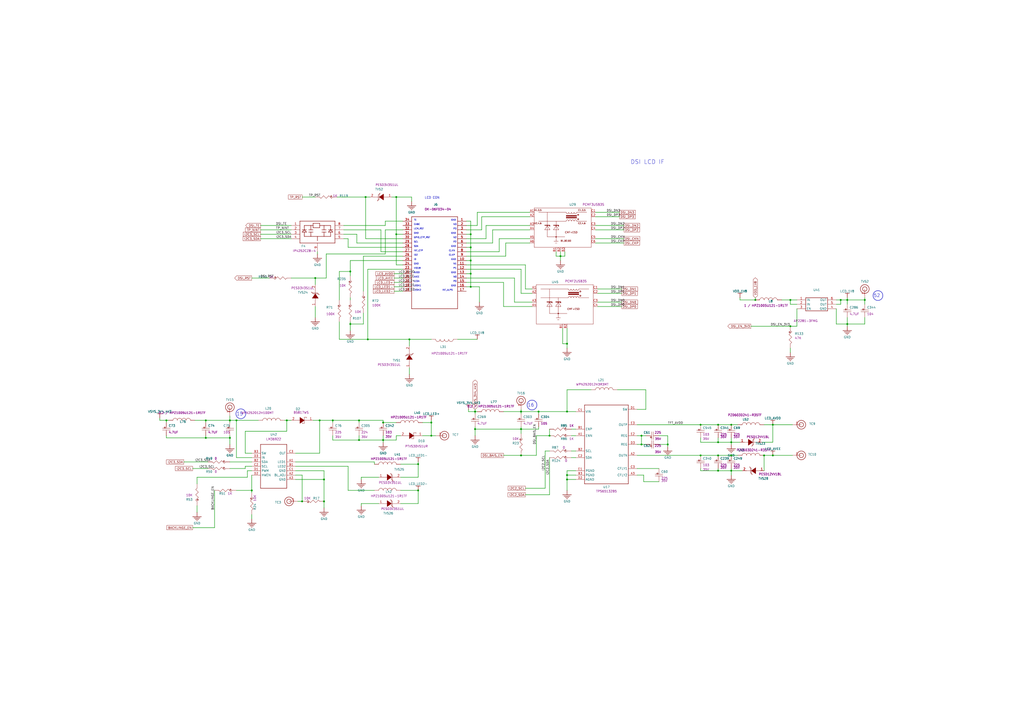
<source format=kicad_sch>
(kicad_sch (version 20250114) (generator "eeschema") (generator_version "9.0")
  (paper "A2")
  (title_block (title "Librem 5 Mainboard") (date "2024-03-21") (rev "v1.0.6.1") (company "Purism SPC") (comment 1 "GNU GPLv3+") (comment 2 "Copyright"))
  (circle (center 509.27 171.45) (radius 2.845) (stroke (width 0.254)))
  (circle (center 308.61 234.95) (radius 2.845) (stroke (width 0.254)))
  (circle (center 139.7 240.03) (radius 2.845) (stroke (width 0.254)))
  (text "INT_ALPS" (at 256.54 168.91 0) (effects (font (size 0.889 0.889)) (justify left bottom)))
  (text "P1" (at 262.89 156.21 0) (effects (font (size 0.889 0.889)) (justify left bottom)))
  (text "LCD CON" (at 246.38 115.57 0) (effects (font (size 1.27 1.27)) (justify left bottom)))
  (text "TE" (at 240.03 128.27 0) (effects (font (size 0.889 0.889)) (justify left bottom)))
  (text "DSI LCD IF" (at 365.76 95.504 0) (effects (font (size 2.413 2.413)) (justify left bottom)))
  (text "GND" (at 261.62 128.27 0) (effects (font (size 0.889 0.889)) (justify left bottom)))
  (text "CLKN" (at 260.35 146.05 0) (effects (font (size 0.889 0.889)) (justify left bottom)))
  (text "LEDA" (at 240.03 163.83 0) (effects (font (size 0.889 0.889)) (justify left bottom)))
  (text "INT_CTP" (at 240.03 146.05 0) (effects (font (size 0.889 0.889)) (justify left bottom)))
  (text "NO" (at 262.89 161.29 0) (effects (font (size 0.889 0.889)) (justify left bottom)))
  (text "N3" (at 262.89 130.81 0) (effects (font (size 0.889 0.889)) (justify left bottom)))
  (text "LCM_RST" (at 240.03 133.35 0) (effects (font (size 0.889 0.889)) (justify left bottom)))
  (text "GND" (at 261.62 135.89 0) (effects (font (size 0.889 0.889)) (justify left bottom)))
  (text "AVDD" (at 240.03 158.75 0) (effects (font (size 0.889 0.889)) (justify left bottom)))
  (text "P2" (at 262.89 140.97 0) (effects (font (size 0.889 0.889)) (justify left bottom)))
  (text "GND" (at 261.62 151.13 0) (effects (font (size 0.889 0.889)) (justify left bottom)))
  (text "LEDK1" (at 240.03 166.37 0) (effects (font (size 0.889 0.889)) (justify left bottom)))
  (text "SDA" (at 240.03 143.51 0) (effects (font (size 0.889 0.889)) (justify left bottom)))
  (text "GND" (at 261.62 143.51 0) (effects (font (size 0.889 0.889)) (justify left bottom)))
  (text "GND" (at 261.62 166.37 0) (effects (font (size 0.889 0.889)) (justify left bottom)))
  (text "VIO18" (at 240.03 156.21 0) (effects (font (size 0.889 0.889)) (justify left bottom)))
  (text "SCL" (at 240.03 140.97 0) (effects (font (size 0.889 0.889)) (justify left bottom)))
  (text "GND" (at 240.03 153.67 0) (effects (font (size 0.889 0.889)) (justify left bottom)))
  (text "GPIO_CTP_RST" (at 240.03 138.43 0) (effects (font (size 0.889 0.889)) (justify left bottom)))
  (text "GND" (at 240.03 135.89 0) (effects (font (size 0.889 0.889)) (justify left bottom)))
  (text "N1" (at 262.89 153.67 0) (effects (font (size 0.889 0.889)) (justify left bottom)))
  (text "CLKP" (at 260.35 148.59 0) (effects (font (size 0.889 0.889)) (justify left bottom)))
  (text "16" (at 306.07 236.22 0) (effects (font (size 1.905 1.905)) (justify left bottom)))
  (text "PO" (at 262.89 163.83 0) (effects (font (size 0.889 0.889)) (justify left bottom)))
  (text "CABC" (at 240.03 130.81 0) (effects (font (size 0.889 0.889)) (justify left bottom)))
  (text "LEDK2" (at 240.03 168.91 0) (effects (font (size 0.889 0.889)) (justify left bottom)))
  (text "ID2" (at 240.03 148.59 0) (effects (font (size 0.889 0.889)) (justify left bottom)))
  (text "ID" (at 240.03 151.13 0) (effects (font (size 0.889 0.889)) (justify left bottom)))
  (text "15" (at 137.16 241.3 0) (effects (font (size 1.905 1.905)) (justify left bottom)))
  (text "AVEE" (at 240.03 161.29 0) (effects (font (size 0.889 0.889)) (justify left bottom)))
  (text "GND" (at 261.62 158.75 0) (effects (font (size 0.889 0.889)) (justify left bottom)))
  (text "P3" (at 262.89 133.35 0) (effects (font (size 0.889 0.889)) (justify left bottom)))
  (text "N2" (at 262.89 138.43 0) (effects (font (size 0.889 0.889)) (justify left bottom)))
  (text "52" (at 506.73 172.72 0) (effects (font (size 1.905 1.905)) (justify left bottom)))
  (junction (at 213.36 196.85))
  (junction (at 416.56 246.38))
  (junction (at 203.2 187.96))
  (junction (at 406.4 246.38))
  (junction (at 250.19 252.73))
  (junction (at 275.59 238.76))
  (junction (at 458.47 173.99))
  (junction (at 133.35 254))
  (junction (at 424.18 273.05))
  (junction (at 193.04 243.84))
  (junction (at 133.35 243.84))
  (junction (at 443.23 264.16))
  (junction (at 185.42 243.84))
  (junction (at 119.38 254))
  (junction (at 372.11 252.73))
  (junction (at 458.47 189.23))
  (junction (at 424.18 264.16))
  (junction (at 166.37 243.84))
  (junction (at 222.25 245.11))
  (junction (at 328.93 199.39))
  (junction (at 438.15 173.99))
  (junction (at 328.93 238.76))
  (junction (at 212.09 114.3))
  (junction (at 146.05 284.48))
  (junction (at 275.59 248.92))
  (junction (at 325.12 148.59))
  (junction (at 273.05 158.75))
  (junction (at 302.26 238.76))
  (junction (at 250.19 245.11))
  (junction (at 182.88 161.29))
  (junction (at 273.05 151.13))
  (junction (at 491.49 187.96))
  (junction (at 187.96 278.13))
  (junction (at 208.28 243.84))
  (junction (at 328.93 278.13))
  (junction (at 491.49 173.99))
  (junction (at 416.56 264.16))
  (junction (at 203.2 157.48))
  (junction (at 416.56 273.05))
  (junction (at 302.26 248.92))
  (junction (at 416.56 256.54))
  (junction (at 237.49 196.85))
  (junction (at 302.26 264.16))
  (junction (at 242.57 284.48))
  (junction (at 312.42 238.76))
  (junction (at 96.52 243.84))
  (junction (at 424.18 246.38))
  (junction (at 387.35 257.81))
  (junction (at 372.11 257.81))
  (junction (at 222.25 255.27))
  (junction (at 137.16 243.84))
  (junction (at 501.65 173.99))
  (junction (at 273.05 135.89))
  (junction (at 406.4 264.16))
  (junction (at 448.31 264.16))
  (junction (at 424.18 256.54))
  (junction (at 187.96 290.83))
  (junction (at 328.93 275.59))
  (junction (at 119.38 243.84))
  (junction (at 318.77 252.73))
  (junction (at 175.26 290.83))
  (junction (at 229.87 114.3))
  (junction (at 273.05 166.37))
  (junction (at 448.31 246.38))
  (junction (at 273.05 143.51))
  (junction (at 208.28 255.27))
  (junction (at 242.57 269.24))
  (junction (at 229.87 135.89))
  (junction (at 487.68 173.99))
  (wire (pts (xy 201.93 284.48) (xy 201.93 270.51)) (stroke (width 0.254)))
  (wire (pts (xy 233.68 143.51) (xy 201.93 143.51)) (stroke (width 0.254)))
  (wire (pts (xy 142.24 262.89) (xy 146.05 262.89)) (stroke (width 0.254)))
  (wire (pts (xy 316.23 261.62) (xy 316.23 283.21)) (stroke (width 0.254)))
  (wire (pts (xy 171.45 273.05) (xy 187.96 273.05)) (stroke (width 0.254)))
  (wire (pts (xy 233.68 133.35) (xy 223.52 133.35)) (stroke (width 0.254)))
  (wire (pts (xy 184.15 146.05) (xy 184.15 147.32)) (stroke (width 0.254)))
  (wire (pts (xy 182.88 177.8) (xy 182.88 184.15)) (stroke (width 0.254)))
  (wire (pts (xy 203.2 187.96) (xy 203.2 191.77)) (stroke (width 0.254)))
  (wire (pts (xy 458.47 189.23) (xy 435.61 189.23)) (stroke (width 0.254)))
  (wire (pts (xy 424.18 256.54) (xy 429.26 256.54)) (stroke (width 0.254)))
  (wire (pts (xy 281.94 138.43) (xy 281.94 130.81)) (stroke (width 0.254)))
  (wire (pts (xy 369.57 264.16) (xy 406.4 264.16)) (stroke (width 0.254)))
  (wire (pts (xy 195.58 114.3) (xy 212.09 114.3)) (stroke (width 0.254)))
  (wire (pts (xy 233.68 158.75) (xy 228.6 158.75)) (stroke (width 0.254)))
  (wire (pts (xy 181.61 243.84) (xy 185.42 243.84)) (stroke (width 0.254)))
  (wire (pts (xy 501.65 187.96) (xy 491.49 187.96)) (stroke (width 0.254)))
  (wire (pts (xy 334.01 278.13) (xy 328.93 278.13)) (stroke (width 0.254)))
  (wire (pts (xy 238.76 116.84) (xy 238.76 114.3)) (stroke (width 0.254)))
  (wire (pts (xy 318.77 261.62) (xy 316.23 261.62)) (stroke (width 0.254)))
  (wire (pts (xy 406.4 254) (xy 406.4 256.54)) (stroke (width 0.254)))
  (wire (pts (xy 270.51 151.13) (xy 273.05 151.13)) (stroke (width 0.254)))
  (wire (pts (xy 120.65 267.97) (xy 106.68 267.97)) (stroke (width 0.254)))
  (wire (pts (xy 120.65 271.78) (xy 111.76 271.78)) (stroke (width 0.254)))
  (wire (pts (xy 142.24 270.51) (xy 146.05 270.51)) (stroke (width 0.254)))
  (wire (pts (xy 222.25 256.54) (xy 222.25 255.27)) (stroke (width 0.254)))
  (wire (pts (xy 462.28 189.23) (xy 458.47 189.23)) (stroke (width 0.254)))
  (wire (pts (xy 487.68 176.53) (xy 487.68 173.99)) (stroke (width 0.254)))
  (wire (pts (xy 289.56 138.43) (xy 307.34 138.43)) (stroke (width 0.254)))
  (wire (pts (xy 187.96 294.64) (xy 187.96 290.83)) (stroke (width 0.254)))
  (wire (pts (xy 318.77 252.73) (xy 311.15 252.73)) (stroke (width 0.254)))
  (wire (pts (xy 487.68 173.99) (xy 491.49 173.99)) (stroke (width 0.254)))
  (wire (pts (xy 501.65 184.15) (xy 501.65 187.96)) (stroke (width 0.254)))
  (wire (pts (xy 311.15 252.73) (xy 311.15 264.16)) (stroke (width 0.254)))
  (wire (pts (xy 273.05 166.37) (xy 270.51 166.37)) (stroke (width 0.254)))
  (wire (pts (xy 222.25 255.27) (xy 208.28 255.27)) (stroke (width 0.254)))
  (wire (pts (xy 322.58 146.05) (xy 322.58 148.59)) (stroke (width 0.254)))
  (wire (pts (xy 168.91 133.35) (xy 151.13 133.35)) (stroke (width 0.254)))
  (wire (pts (xy 137.16 243.84) (xy 149.86 243.84)) (stroke (width 0.254)))
  (wire (pts (xy 207.01 135.89) (xy 199.39 135.89)) (stroke (width 0.254)))
  (wire (pts (xy 143.51 273.05) (xy 146.05 273.05)) (stroke (width 0.254)))
  (wire (pts (xy 346.71 175.26) (xy 360.68 175.26)) (stroke (width 0.254)))
  (wire (pts (xy 289.56 146.05) (xy 289.56 138.43)) (stroke (width 0.254)))
  (wire (pts (xy 424.18 254) (xy 424.18 256.54)) (stroke (width 0.254)))
  (wire (pts (xy 114.3 280.67) (xy 114.3 276.86)) (stroke (width 0.254)))
  (wire (pts (xy 189.23 161.29) (xy 182.88 161.29)) (stroke (width 0.254)))
  (wire (pts (xy 229.87 255.27) (xy 229.87 252.73)) (stroke (width 0.254)))
  (wire (pts (xy 201.93 143.51) (xy 201.93 138.43)) (stroke (width 0.254)))
  (wire (pts (xy 203.2 172.72) (xy 203.2 173.99)) (stroke (width 0.254)))
  (wire (pts (xy 325.12 146.05) (xy 325.12 148.59)) (stroke (width 0.254)))
  (wire (pts (xy 146.05 265.43) (xy 137.16 265.43)) (stroke (width 0.254)))
  (wire (pts (xy 369.57 252.73) (xy 372.11 252.73)) (stroke (width 0.254)))
  (wire (pts (xy 196.85 196.85) (xy 213.36 196.85)) (stroke (width 0.254)))
  (wire (pts (xy 416.56 246.38) (xy 424.18 246.38)) (stroke (width 0.254)))
  (wire (pts (xy 203.2 151.13) (xy 203.2 157.48)) (stroke (width 0.254)))
  (wire (pts (xy 133.35 252.73) (xy 133.35 254)) (stroke (width 0.254)))
  (wire (pts (xy 133.35 254) (xy 133.35 257.81)) (stroke (width 0.254)))
  (wire (pts (xy 416.56 271.78) (xy 416.56 273.05)) (stroke (width 0.254)))
  (wire (pts (xy 233.68 151.13) (xy 203.2 151.13)) (stroke (width 0.254)))
  (wire (pts (xy 208.28 255.27) (xy 208.28 252.73)) (stroke (width 0.254)))
  (wire (pts (xy 270.51 153.67) (xy 304.8 153.67)) (stroke (width 0.254)))
  (wire (pts (xy 210.82 148.59) (xy 210.82 168.91)) (stroke (width 0.254)))
  (wire (pts (xy 298.45 161.29) (xy 298.45 175.26)) (stroke (width 0.254)))
  (wire (pts (xy 208.28 243.84) (xy 193.04 243.84)) (stroke (width 0.254)))
  (wire (pts (xy 166.37 243.84) (xy 166.37 250.19)) (stroke (width 0.254)))
  (wire (pts (xy 342.9 226.06) (xy 328.93 226.06)) (stroke (width 0.254)))
  (wire (pts (xy 292.1 163.83) (xy 292.1 177.8)) (stroke (width 0.254)))
  (wire (pts (xy 276.86 130.81) (xy 276.86 123.19)) (stroke (width 0.254)))
  (wire (pts (xy 209.55 276.86) (xy 219.71 276.86)) (stroke (width 0.254)))
  (wire (pts (xy 346.71 170.18) (xy 360.68 170.18)) (stroke (width 0.254)))
  (wire (pts (xy 298.45 175.26) (xy 308.61 175.26)) (stroke (width 0.254)))
  (wire (pts (xy 137.16 265.43) (xy 137.16 243.84)) (stroke (width 0.254)))
  (wire (pts (xy 119.38 243.84) (xy 119.38 245.11)) (stroke (width 0.254)))
  (wire (pts (xy 222.25 255.27) (xy 229.87 255.27)) (stroke (width 0.254)))
  (wire (pts (xy 146.05 284.48) (xy 137.16 284.48)) (stroke (width 0.254)))
  (wire (pts (xy 185.42 262.89) (xy 171.45 262.89)) (stroke (width 0.254)))
  (wire (pts (xy 275.59 238.76) (xy 271.78 238.76)) (stroke (width 0.254)))
  (wire (pts (xy 326.39 190.5) (xy 326.39 199.39)) (stroke (width 0.254)))
  (wire (pts (xy 285.75 140.97) (xy 285.75 133.35)) (stroke (width 0.254)))
  (wire (pts (xy 220.98 146.05) (xy 220.98 133.35)) (stroke (width 0.254)))
  (wire (pts (xy 443.23 273.05) (xy 443.23 264.16)) (stroke (width 0.254)))
  (wire (pts (xy 326.39 199.39) (xy 328.93 199.39)) (stroke (width 0.254)))
  (wire (pts (xy 328.93 278.13) (xy 328.93 284.48)) (stroke (width 0.254)))
  (wire (pts (xy 311.15 264.16) (xy 302.26 264.16)) (stroke (width 0.254)))
  (wire (pts (xy 345.44 133.35) (xy 361.95 133.35)) (stroke (width 0.254)))
  (wire (pts (xy 406.4 271.78) (xy 406.4 273.05)) (stroke (width 0.254)))
  (wire (pts (xy 222.25 255.27) (xy 222.25 252.73)) (stroke (width 0.254)))
  (wire (pts (xy 424.18 256.54) (xy 424.18 257.81)) (stroke (width 0.254)))
  (wire (pts (xy 114.3 297.18) (xy 114.3 293.37)) (stroke (width 0.254)))
  (wire (pts (xy 220.98 133.35) (xy 199.39 133.35)) (stroke (width 0.254)))
  (wire (pts (xy 458.47 173.99) (xy 462.28 173.99)) (stroke (width 0.254)))
  (wire (pts (xy 316.23 283.21) (xy 304.8 283.21)) (stroke (width 0.254)))
  (wire (pts (xy 485.14 173.99) (xy 487.68 173.99)) (stroke (width 0.254)))
  (wire (pts (xy 328.93 226.06) (xy 328.93 238.76)) (stroke (width 0.254)))
  (wire (pts (xy 270.51 146.05) (xy 289.56 146.05)) (stroke (width 0.254)))
  (wire (pts (xy 292.1 177.8) (xy 308.61 177.8)) (stroke (width 0.254)))
  (wire (pts (xy 250.19 252.73) (xy 250.19 245.11)) (stroke (width 0.254)))
  (wire (pts (xy 193.04 243.84) (xy 193.04 245.11)) (stroke (width 0.254)))
  (wire (pts (xy 485.14 179.07) (xy 485.14 187.96)) (stroke (width 0.254)))
  (wire (pts (xy 318.77 287.02) (xy 304.8 287.02)) (stroke (width 0.254)))
  (wire (pts (xy 229.87 114.3) (xy 227.33 114.3)) (stroke (width 0.254)))
  (wire (pts (xy 223.52 130.81) (xy 223.52 128.27)) (stroke (width 0.254)))
  (wire (pts (xy 276.86 238.76) (xy 275.59 238.76)) (stroke (width 0.254)))
  (wire (pts (xy 209.55 292.1) (xy 219.71 292.1)) (stroke (width 0.254)))
  (wire (pts (xy 429.26 172.72) (xy 429.26 173.99)) (stroke (width 0.254)))
  (wire (pts (xy 168.91 130.81) (xy 151.13 130.81)) (stroke (width 0.254)))
  (wire (pts (xy 242.57 292.1) (xy 242.57 284.48)) (stroke (width 0.254)))
  (wire (pts (xy 271.78 238.76) (xy 271.78 237.49)) (stroke (width 0.254)))
  (wire (pts (xy 233.68 163.83) (xy 228.6 163.83)) (stroke (width 0.254)))
  (wire (pts (xy 196.85 186.69) (xy 196.85 196.85)) (stroke (width 0.254)))
  (wire (pts (xy 430.53 273.05) (xy 424.18 273.05)) (stroke (width 0.254)))
  (wire (pts (xy 318.77 248.92) (xy 318.77 252.73)) (stroke (width 0.254)))
  (wire (pts (xy 203.2 186.69) (xy 203.2 187.96)) (stroke (width 0.254)))
  (wire (pts (xy 424.18 273.05) (xy 424.18 275.59)) (stroke (width 0.254)))
  (wire (pts (xy 302.26 264.16) (xy 292.1 264.16)) (stroke (width 0.254)))
  (wire (pts (xy 273.05 128.27) (xy 273.05 135.89)) (stroke (width 0.254)))
  (wire (pts (xy 229.87 245.11) (xy 222.25 245.11)) (stroke (width 0.254)))
  (wire (pts (xy 387.35 252.73) (xy 387.35 257.81)) (stroke (width 0.254)))
  (wire (pts (xy 443.23 264.16) (xy 448.31 264.16)) (stroke (width 0.254)))
  (wire (pts (xy 97.79 243.84) (xy 96.52 243.84)) (stroke (width 0.254)))
  (wire (pts (xy 270.51 143.51) (xy 273.05 143.51)) (stroke (width 0.254)))
  (wire (pts (xy 318.77 265.43) (xy 318.77 287.02)) (stroke (width 0.254)))
  (wire (pts (xy 382.27 257.81) (xy 387.35 257.81)) (stroke (width 0.254)))
  (wire (pts (xy 302.26 237.49) (xy 302.26 238.76)) (stroke (width 0.254)))
  (wire (pts (xy 322.58 148.59) (xy 325.12 148.59)) (stroke (width 0.254)))
  (wire (pts (xy 328.93 273.05) (xy 328.93 275.59)) (stroke (width 0.254)))
  (wire (pts (xy 485.14 187.96) (xy 491.49 187.96)) (stroke (width 0.254)))
  (wire (pts (xy 233.68 146.05) (xy 220.98 146.05)) (stroke (width 0.254)))
  (wire (pts (xy 416.56 256.54) (xy 424.18 256.54)) (stroke (width 0.254)))
  (wire (pts (xy 229.87 135.89) (xy 229.87 114.3)) (stroke (width 0.254)))
  (wire (pts (xy 232.41 292.1) (xy 242.57 292.1)) (stroke (width 0.254)))
  (wire (pts (xy 233.68 168.91) (xy 228.6 168.91)) (stroke (width 0.254)))
  (wire (pts (xy 275.59 252.73) (xy 275.59 248.92)) (stroke (width 0.254)))
  (wire (pts (xy 212.09 138.43) (xy 233.68 138.43)) (stroke (width 0.254)))
  (wire (pts (xy 193.04 243.84) (xy 185.42 243.84)) (stroke (width 0.254)))
  (wire (pts (xy 201.93 138.43) (xy 199.39 138.43)) (stroke (width 0.254)))
  (wire (pts (xy 273.05 158.75) (xy 273.05 166.37)) (stroke (width 0.254)))
  (wire (pts (xy 189.23 147.32) (xy 189.23 161.29)) (stroke (width 0.254)))
  (wire (pts (xy 133.35 243.84) (xy 137.16 243.84)) (stroke (width 0.254)))
  (wire (pts (xy 501.65 176.53) (xy 501.65 173.99)) (stroke (width 0.254)))
  (wire (pts (xy 331.47 261.62) (xy 334.01 261.62)) (stroke (width 0.254)))
  (wire (pts (xy 210.82 187.96) (xy 210.82 181.61)) (stroke (width 0.254)))
  (wire (pts (xy 312.42 248.92) (xy 302.26 248.92)) (stroke (width 0.254)))
  (wire (pts (xy 182.88 165.1) (xy 182.88 161.29)) (stroke (width 0.254)))
  (wire (pts (xy 242.57 269.24) (xy 242.57 267.97)) (stroke (width 0.254)))
  (wire (pts (xy 133.35 245.11) (xy 133.35 243.84)) (stroke (width 0.254)))
  (wire (pts (xy 92.71 243.84) (xy 92.71 242.57)) (stroke (width 0.254)))
  (wire (pts (xy 346.71 167.64) (xy 360.68 167.64)) (stroke (width 0.254)))
  (wire (pts (xy 406.4 264.16) (xy 416.56 264.16)) (stroke (width 0.254)))
  (wire (pts (xy 187.96 273.05) (xy 187.96 278.13)) (stroke (width 0.254)))
  (wire (pts (xy 424.18 246.38) (xy 427.99 246.38)) (stroke (width 0.254)))
  (wire (pts (xy 485.14 176.53) (xy 487.68 176.53)) (stroke (width 0.254)))
  (wire (pts (xy 199.39 130.81) (xy 223.52 130.81)) (stroke (width 0.254)))
  (wire (pts (xy 168.91 138.43) (xy 151.13 138.43)) (stroke (width 0.254)))
  (wire (pts (xy 203.2 187.96) (xy 210.82 187.96)) (stroke (width 0.254)))
  (wire (pts (xy 279.4 133.35) (xy 279.4 125.73)) (stroke (width 0.254)))
  (wire (pts (xy 501.65 173.99) (xy 491.49 173.99)) (stroke (width 0.254)))
  (wire (pts (xy 270.51 156.21) (xy 302.26 156.21)) (stroke (width 0.254)))
  (wire (pts (xy 142.24 271.78) (xy 142.24 270.51)) (stroke (width 0.254)))
  (wire (pts (xy 275.59 240.03) (xy 275.59 238.76)) (stroke (width 0.254)))
  (wire (pts (xy 96.52 243.84) (xy 96.52 245.11)) (stroke (width 0.254)))
  (wire (pts (xy 345.44 138.43) (xy 361.95 138.43)) (stroke (width 0.254)))
  (wire (pts (xy 328.93 275.59) (xy 328.93 278.13)) (stroke (width 0.254)))
  (wire (pts (xy 302.26 156.21) (xy 302.26 170.18)) (stroke (width 0.254)))
  (wire (pts (xy 196.85 157.48) (xy 203.2 157.48)) (stroke (width 0.254)))
  (wire (pts (xy 279.4 125.73) (xy 307.34 125.73)) (stroke (width 0.254)))
  (wire (pts (xy 133.35 267.97) (xy 146.05 267.97)) (stroke (width 0.254)))
  (wire (pts (xy 373.38 279.4) (xy 382.27 279.4)) (stroke (width 0.254)))
  (wire (pts (xy 302.26 170.18) (xy 308.61 170.18)) (stroke (width 0.254)))
  (wire (pts (xy 233.68 153.67) (xy 229.87 153.67)) (stroke (width 0.254)))
  (wire (pts (xy 443.23 246.38) (xy 448.31 246.38)) (stroke (width 0.254)))
  (wire (pts (xy 438.15 172.72) (xy 438.15 173.99)) (stroke (width 0.254)))
  (wire (pts (xy 270.51 128.27) (xy 273.05 128.27)) (stroke (width 0.254)))
  (wire (pts (xy 270.51 148.59) (xy 293.37 148.59)) (stroke (width 0.254)))
  (wire (pts (xy 462.28 176.53) (xy 458.47 176.53)) (stroke (width 0.254)))
  (wire (pts (xy 424.18 264.16) (xy 416.56 264.16)) (stroke (width 0.254)))
  (wire (pts (xy 209.55 293.37) (xy 209.55 292.1)) (stroke (width 0.254)))
  (wire (pts (xy 448.31 256.54) (xy 448.31 246.38)) (stroke (width 0.254)))
  (wire (pts (xy 374.65 252.73) (xy 372.11 252.73)) (stroke (width 0.254)))
  (wire (pts (xy 233.68 140.97) (xy 207.01 140.97)) (stroke (width 0.254)))
  (wire (pts (xy 142.24 250.19) (xy 142.24 262.89)) (stroke (width 0.254)))
  (wire (pts (xy 441.96 256.54) (xy 448.31 256.54)) (stroke (width 0.254)))
  (wire (pts (xy 245.11 245.11) (xy 250.19 245.11)) (stroke (width 0.254)))
  (wire (pts (xy 304.8 153.67) (xy 304.8 167.64)) (stroke (width 0.254)))
  (wire (pts (xy 208.28 243.84) (xy 208.28 245.11)) (stroke (width 0.254)))
  (wire (pts (xy 331.47 252.73) (xy 334.01 252.73)) (stroke (width 0.254)))
  (wire (pts (xy 275.59 237.49) (xy 275.59 238.76)) (stroke (width 0.254)))
  (wire (pts (xy 119.38 254) (xy 133.35 254)) (stroke (width 0.254)))
  (wire (pts (xy 222.25 245.11) (xy 222.25 243.84)) (stroke (width 0.254)))
  (wire (pts (xy 458.47 201.93) (xy 458.47 204.47)) (stroke (width 0.254)))
  (wire (pts (xy 345.44 140.97) (xy 361.95 140.97)) (stroke (width 0.254)))
  (wire (pts (xy 273.05 143.51) (xy 273.05 151.13)) (stroke (width 0.254)))
  (wire (pts (xy 331.47 265.43) (xy 334.01 265.43)) (stroke (width 0.254)))
  (wire (pts (xy 302.26 251.46) (xy 302.26 248.92)) (stroke (width 0.254)))
  (wire (pts (xy 491.49 187.96) (xy 491.49 184.15)) (stroke (width 0.254)))
  (wire (pts (xy 223.52 128.27) (xy 233.68 128.27)) (stroke (width 0.254)))
  (wire (pts (xy 270.51 140.97) (xy 285.75 140.97)) (stroke (width 0.254)))
  (wire (pts (xy 223.52 147.32) (xy 189.23 147.32)) (stroke (width 0.254)))
  (wire (pts (xy 501.65 172.72) (xy 501.65 173.99)) (stroke (width 0.254)))
  (wire (pts (xy 302.26 240.03) (xy 302.26 238.76)) (stroke (width 0.254)))
  (wire (pts (xy 406.4 246.38) (xy 369.57 246.38)) (stroke (width 0.254)))
  (wire (pts (xy 213.36 196.85) (xy 213.36 156.21)) (stroke (width 0.254)))
  (wire (pts (xy 372.11 252.73) (xy 372.11 257.81)) (stroke (width 0.254)))
  (wire (pts (xy 96.52 254) (xy 119.38 254)) (stroke (width 0.254)))
  (wire (pts (xy 281.94 130.81) (xy 307.34 130.81)) (stroke (width 0.254)))
  (wire (pts (xy 146.05 275.59) (xy 146.05 284.48)) (stroke (width 0.254)))
  (wire (pts (xy 458.47 176.53) (xy 458.47 173.99)) (stroke (width 0.254)))
  (wire (pts (xy 156.21 161.29) (xy 146.05 161.29)) (stroke (width 0.254)))
  (wire (pts (xy 459.74 264.16) (xy 448.31 264.16)) (stroke (width 0.254)))
  (wire (pts (xy 312.42 240.03) (xy 312.42 238.76)) (stroke (width 0.254)))
  (wire (pts (xy 217.17 269.24) (xy 217.17 267.97)) (stroke (width 0.254)))
  (wire (pts (xy 429.26 173.99) (xy 438.15 173.99)) (stroke (width 0.254)))
  (wire (pts (xy 265.43 196.85) (xy 276.86 196.85)) (stroke (width 0.254)))
  (wire (pts (xy 345.44 125.73) (xy 359.41 125.73)) (stroke (width 0.254)))
  (wire (pts (xy 345.44 123.19) (xy 359.41 123.19)) (stroke (width 0.254)))
  (wire (pts (xy 233.68 161.29) (xy 228.6 161.29)) (stroke (width 0.254)))
  (wire (pts (xy 119.38 252.73) (xy 119.38 254)) (stroke (width 0.254)))
  (wire (pts (xy 328.93 199.39) (xy 328.93 190.5)) (stroke (width 0.254)))
  (wire (pts (xy 270.51 158.75) (xy 273.05 158.75)) (stroke (width 0.254)))
  (wire (pts (xy 201.93 270.51) (xy 171.45 270.51)) (stroke (width 0.254)))
  (wire (pts (xy 207.01 140.97) (xy 207.01 135.89)) (stroke (width 0.254)))
  (wire (pts (xy 453.39 173.99) (xy 458.47 173.99)) (stroke (width 0.254)))
  (wire (pts (xy 166.37 243.84) (xy 168.91 243.84)) (stroke (width 0.254)))
  (wire (pts (xy 212.09 114.3) (xy 214.63 114.3)) (stroke (width 0.254)))
  (wire (pts (xy 334.01 238.76) (xy 328.93 238.76)) (stroke (width 0.254)))
  (wire (pts (xy 270.51 133.35) (xy 279.4 133.35)) (stroke (width 0.254)))
  (wire (pts (xy 171.45 275.59) (xy 175.26 275.59)) (stroke (width 0.254)))
  (wire (pts (xy 223.52 133.35) (xy 223.52 147.32)) (stroke (width 0.254)))
  (wire (pts (xy 175.26 290.83) (xy 172.72 290.83)) (stroke (width 0.254)))
  (wire (pts (xy 406.4 273.05) (xy 416.56 273.05)) (stroke (width 0.254)))
  (wire (pts (xy 212.09 114.3) (xy 212.09 138.43)) (stroke (width 0.254)))
  (wire (pts (xy 406.4 256.54) (xy 416.56 256.54)) (stroke (width 0.254)))
  (wire (pts (xy 270.51 163.83) (xy 292.1 163.83)) (stroke (width 0.254)))
  (wire (pts (xy 334.01 275.59) (xy 328.93 275.59)) (stroke (width 0.254)))
  (wire (pts (xy 374.65 226.06) (xy 374.65 237.49)) (stroke (width 0.254)))
  (wire (pts (xy 374.65 237.49) (xy 369.57 237.49)) (stroke (width 0.254)))
  (wire (pts (xy 146.05 285.75) (xy 146.05 284.48)) (stroke (width 0.254)))
  (wire (pts (xy 345.44 130.81) (xy 361.95 130.81)) (stroke (width 0.254)))
  (wire (pts (xy 416.56 273.05) (xy 424.18 273.05)) (stroke (width 0.254)))
  (wire (pts (xy 372.11 257.81) (xy 374.65 257.81)) (stroke (width 0.254)))
  (wire (pts (xy 229.87 153.67) (xy 229.87 135.89)) (stroke (width 0.254)))
  (wire (pts (xy 270.51 135.89) (xy 273.05 135.89)) (stroke (width 0.254)))
  (wire (pts (xy 302.26 247.65) (xy 302.26 248.92)) (stroke (width 0.254)))
  (wire (pts (xy 491.49 173.99) (xy 491.49 172.72)) (stroke (width 0.254)))
  (wire (pts (xy 245.11 252.73) (xy 250.19 252.73)) (stroke (width 0.254)))
  (wire (pts (xy 325.12 148.59) (xy 327.66 148.59)) (stroke (width 0.254)))
  (wire (pts (xy 133.35 271.78) (xy 142.24 271.78)) (stroke (width 0.254)))
  (wire (pts (xy 185.42 243.84) (xy 185.42 262.89)) (stroke (width 0.254)))
  (wire (pts (xy 462.28 179.07) (xy 462.28 189.23)) (stroke (width 0.254)))
  (wire (pts (xy 369.57 257.81) (xy 372.11 257.81)) (stroke (width 0.254)))
  (wire (pts (xy 273.05 166.37) (xy 278.13 166.37)) (stroke (width 0.254)))
  (wire (pts (xy 168.91 135.89) (xy 151.13 135.89)) (stroke (width 0.254)))
  (wire (pts (xy 427.99 264.16) (xy 424.18 264.16)) (stroke (width 0.254)))
  (wire (pts (xy 209.55 278.13) (xy 209.55 276.86)) (stroke (width 0.254)))
  (wire (pts (xy 213.36 196.85) (xy 237.49 196.85)) (stroke (width 0.254)))
  (wire (pts (xy 491.49 189.23) (xy 491.49 187.96)) (stroke (width 0.254)))
  (wire (pts (xy 459.74 246.38) (xy 448.31 246.38)) (stroke (width 0.254)))
  (wire (pts (xy 242.57 276.86) (xy 242.57 269.24)) (stroke (width 0.254)))
  (wire (pts (xy 275.59 247.65) (xy 275.59 248.92)) (stroke (width 0.254)))
  (wire (pts (xy 124.46 306.07) (xy 111.76 306.07)) (stroke (width 0.254)))
  (wire (pts (xy 424.18 271.78) (xy 424.18 273.05)) (stroke (width 0.254)))
  (wire (pts (xy 217.17 284.48) (xy 201.93 284.48)) (stroke (width 0.254)))
  (wire (pts (xy 382.27 252.73) (xy 387.35 252.73)) (stroke (width 0.254)))
  (wire (pts (xy 193.04 252.73) (xy 193.04 255.27)) (stroke (width 0.254)))
  (wire (pts (xy 312.42 247.65) (xy 312.42 248.92)) (stroke (width 0.254)))
  (wire (pts (xy 203.2 157.48) (xy 203.2 160.02)) (stroke (width 0.254)))
  (wire (pts (xy 196.85 173.99) (xy 196.85 157.48)) (stroke (width 0.254)))
  (wire (pts (xy 213.36 156.21) (xy 233.68 156.21)) (stroke (width 0.254)))
  (wire (pts (xy 165.1 243.84) (xy 166.37 243.84)) (stroke (width 0.254)))
  (wire (pts (xy 182.88 161.29) (xy 168.91 161.29)) (stroke (width 0.254)))
  (wire (pts (xy 270.51 138.43) (xy 281.94 138.43)) (stroke (width 0.254)))
  (wire (pts (xy 334.01 273.05) (xy 328.93 273.05)) (stroke (width 0.254)))
  (wire (pts (xy 278.13 166.37) (xy 278.13 175.26)) (stroke (width 0.254)))
  (wire (pts (xy 285.75 133.35) (xy 307.34 133.35)) (stroke (width 0.254)))
  (wire (pts (xy 237.49 196.85) (xy 237.49 200.66)) (stroke (width 0.254)))
  (wire (pts (xy 250.19 196.85) (xy 237.49 196.85)) (stroke (width 0.254)))
  (wire (pts (xy 491.49 176.53) (xy 491.49 173.99)) (stroke (width 0.254)))
  (wire (pts (xy 133.35 241.3) (xy 133.35 243.84)) (stroke (width 0.254)))
  (wire (pts (xy 187.96 278.13) (xy 171.45 278.13)) (stroke (width 0.254)))
  (wire (pts (xy 187.96 290.83) (xy 187.96 278.13)) (stroke (width 0.254)))
  (wire (pts (xy 233.68 135.89) (xy 229.87 135.89)) (stroke (width 0.254)))
  (wire (pts (xy 387.35 257.81) (xy 387.35 259.08)) (stroke (width 0.254)))
  (wire (pts (xy 312.42 238.76) (xy 328.93 238.76)) (stroke (width 0.254)))
  (wire (pts (xy 250.19 245.11) (xy 250.19 243.84)) (stroke (width 0.254)))
  (wire (pts (xy 331.47 248.92) (xy 334.01 248.92)) (stroke (width 0.254)))
  (wire (pts (xy 238.76 114.3) (xy 229.87 114.3)) (stroke (width 0.254)))
  (wire (pts (xy 358.14 226.06) (xy 374.65 226.06)) (stroke (width 0.254)))
  (wire (pts (xy 232.41 269.24) (xy 242.57 269.24)) (stroke (width 0.254)))
  (wire (pts (xy 252.73 252.73) (xy 250.19 252.73)) (stroke (width 0.254)))
  (wire (pts (xy 273.05 151.13) (xy 273.05 158.75)) (stroke (width 0.254)))
  (wire (pts (xy 304.8 167.64) (xy 308.61 167.64)) (stroke (width 0.254)))
  (wire (pts (xy 237.49 213.36) (xy 237.49 217.17)) (stroke (width 0.254)))
  (wire (pts (xy 369.57 275.59) (xy 373.38 275.59)) (stroke (width 0.254)))
  (wire (pts (xy 193.04 255.27) (xy 208.28 255.27)) (stroke (width 0.254)))
  (wire (pts (xy 143.51 276.86) (xy 143.51 273.05)) (stroke (width 0.254)))
  (wire (pts (xy 276.86 123.19) (xy 307.34 123.19)) (stroke (width 0.254)))
  (wire (pts (xy 328.93 199.39) (xy 328.93 201.93)) (stroke (width 0.254)))
  (wire (pts (xy 113.03 243.84) (xy 119.38 243.84)) (stroke (width 0.254)))
  (wire (pts (xy 182.88 114.3) (xy 175.26 114.3)) (stroke (width 0.254)))
  (wire (pts (xy 416.56 254) (xy 416.56 256.54)) (stroke (width 0.254)))
  (wire (pts (xy 373.38 275.59) (xy 373.38 279.4)) (stroke (width 0.254)))
  (wire (pts (xy 270.51 130.81) (xy 276.86 130.81)) (stroke (width 0.254)))
  (wire (pts (xy 124.46 284.48) (xy 124.46 306.07)) (stroke (width 0.254)))
  (wire (pts (xy 233.68 148.59) (xy 210.82 148.59)) (stroke (width 0.254)))
  (wire (pts (xy 273.05 135.89) (xy 273.05 143.51)) (stroke (width 0.254)))
  (wire (pts (xy 217.17 267.97) (xy 171.45 267.97)) (stroke (width 0.254)))
  (wire (pts (xy 233.68 166.37) (xy 228.6 166.37)) (stroke (width 0.254)))
  (wire (pts (xy 346.71 177.8) (xy 360.68 177.8)) (stroke (width 0.254)))
  (wire (pts (xy 96.52 252.73) (xy 96.52 254)) (stroke (width 0.254)))
  (wire (pts (xy 293.37 148.59) (xy 293.37 140.97)) (stroke (width 0.254)))
  (wire (pts (xy 416.56 246.38) (xy 406.4 246.38)) (stroke (width 0.254)))
  (wire (pts (xy 96.52 243.84) (xy 92.71 243.84)) (stroke (width 0.254)))
  (wire (pts (xy 293.37 140.97) (xy 307.34 140.97)) (stroke (width 0.254)))
  (wire (pts (xy 327.66 148.59) (xy 327.66 146.05)) (stroke (width 0.254)))
  (wire (pts (xy 270.51 161.29) (xy 298.45 161.29)) (stroke (width 0.254)))
  (wire (pts (xy 232.41 276.86) (xy 242.57 276.86)) (stroke (width 0.254)))
  (wire (pts (xy 119.38 243.84) (xy 133.35 243.84)) (stroke (width 0.254)))
  (wire (pts (xy 275.59 248.92) (xy 302.26 248.92)) (stroke (width 0.254)))
  (wire (pts (xy 302.26 238.76) (xy 312.42 238.76)) (stroke (width 0.254)))
  (wire (pts (xy 166.37 250.19) (xy 142.24 250.19)) (stroke (width 0.254)))
  (wire (pts (xy 114.3 276.86) (xy 143.51 276.86)) (stroke (width 0.254)))
  (wire (pts (xy 369.57 271.78) (xy 382.27 271.78)) (stroke (width 0.254)))
  (wire (pts (xy 232.41 284.48) (xy 242.57 284.48)) (stroke (width 0.254)))
  (wire (pts (xy 222.25 243.84) (xy 208.28 243.84)) (stroke (width 0.254)))
  (wire (pts (xy 325.12 148.59) (xy 325.12 151.13)) (stroke (width 0.254)))
  (wire (pts (xy 146.05 298.45) (xy 146.05 300.99)) (stroke (width 0.254)))
  (wire (pts (xy 229.87 252.73) (xy 232.41 252.73)) (stroke (width 0.254)))
  (wire (pts (xy 292.1 238.76) (xy 302.26 238.76)) (stroke (width 0.254)))
  (wire (pts (xy 175.26 275.59) (xy 175.26 290.83)) (stroke (width 0.254)))
  (label "DSI_DP2" (at 354.33 133.35 0))
  (label "DSI_DN0" (at 354.33 175.26 0))
  (label "DSI_CKN" (at 354.33 138.43 0))
  (label "DSI_EN_3V3" (at 447.04 189.23 0))
  (label "LCD_LED+" (at 231.14 163.83 0))
  (label "I2C3_SDA" (at 160.02 138.43 0))
  (label "I2C2_SDA" (at 318.77 275.59 90))
  (label "TP_NINT" (at 160.02 133.35 0))
  (label "I2C3_SDA" (at 113.03 267.97 0))
  (label "DSI_DN3" (at 351.79 123.19 0))
  (label "LCD_LED1-" (at 231.14 166.37 0))
  (label "DSI_DP1" (at 354.33 170.18 0))
  (label "TP_RST" (at 179.07 114.3 0))
  (label "DSI_RST" (at 151.13 161.29 0))
  (label "DSI_DP3" (at 351.79 125.73 0))
  (label "I2C2_SCL" (at 316.23 273.05 90))
  (label "LCD_LED2-" (at 231.14 168.91 0))
  (label "LCD_AVDD" (at 231.14 158.75 0))
  (label "DSI_DN2" (at 354.33 130.81 0))
  (label "TFT_AVDD" (at 387.35 246.38 0))
  (label "DSI_TE" (at 160.02 130.81 0))
  (label "DSI_BAIS_EN" (at 311.15 257.81 90))
  (label "LCD_AVEE" (at 231.14 161.29 0))
  (label "I2C3_SCL" (at 115.57 271.78 0))
  (label "I2C3_SCL" (at 160.02 135.89 0))
  (label "BACKLINGE_EN" (at 124.46 295.91 90))
  (label "DSI_CKP" (at 354.33 140.97 0))
  (label "DSI_DP0" (at 354.33 177.8 0))
  (label "DSI_DN1" (at 354.33 167.64 0))
  (global_label "DSI_DN0" (shape passive) (at 360.68 175.26 0) (property "Intersheetrefs" "${INTERSHEET_REFS}" (effects (hide yes))))
  (global_label "LCD_LED2-" (shape passive) (at 228.6 168.91 180) (property "Intersheetrefs" "${INTERSHEET_REFS}" (effects (hide yes))))
  (global_label "DSI_RST" (shape output) (at 146.05 161.29 180) (property "Intersheetrefs" "${INTERSHEET_REFS}" (effects (hide yes))))
  (global_label "VDD_1V8" (shape bidirectional) (at 438.15 172.72 90) (property "Intersheetrefs" "${INTERSHEET_REFS}" (effects (hide yes))))
  (global_label "DSI_BAIS_EN" (shape passive) (at 292.1 264.16 180) (property "Intersheetrefs" "${INTERSHEET_REFS}" (effects (hide yes))))
  (global_label "I2C3_SCL" (shape passive) (at 151.13 135.89 180) (property "Intersheetrefs" "${INTERSHEET_REFS}" (effects (hide yes))))
  (global_label "I2C2_SCL" (shape passive) (at 304.8 283.21 180) (property "Intersheetrefs" "${INTERSHEET_REFS}" (effects (hide yes))))
  (global_label "DSI_DN1" (shape passive) (at 360.68 167.64 0) (property "Intersheetrefs" "${INTERSHEET_REFS}" (effects (hide yes))))
  (global_label "TP_NINT" (shape passive) (at 151.13 133.35 180) (property "Intersheetrefs" "${INTERSHEET_REFS}" (effects (hide yes))))
  (global_label "DSI_TE" (shape output) (at 151.13 130.81 180) (property "Intersheetrefs" "${INTERSHEET_REFS}" (effects (hide yes))))
  (global_label "LCD_LED1-" (shape passive) (at 228.6 166.37 180) (property "Intersheetrefs" "${INTERSHEET_REFS}" (effects (hide yes))))
  (global_label "LCD_LED+" (shape passive) (at 228.6 163.83 180) (property "Intersheetrefs" "${INTERSHEET_REFS}" (effects (hide yes))))
  (global_label "DSI_EN_3V3" (shape output) (at 435.61 189.23 180) (property "Intersheetrefs" "${INTERSHEET_REFS}" (effects (hide yes))))
  (global_label "DSI_DN3" (shape passive) (at 359.41 123.19 0) (property "Intersheetrefs" "${INTERSHEET_REFS}" (effects (hide yes))))
  (global_label "I2C2_SDA" (shape passive) (at 304.8 287.02 180) (property "Intersheetrefs" "${INTERSHEET_REFS}" (effects (hide yes))))
  (global_label "DSI_CKN" (shape passive) (at 361.95 138.43 0) (property "Intersheetrefs" "${INTERSHEET_REFS}" (effects (hide yes))))
  (global_label "I2C3_SDA" (shape passive) (at 106.68 267.97 180) (property "Intersheetrefs" "${INTERSHEET_REFS}" (effects (hide yes))))
  (global_label "VSYS_3V4_4V3" (shape bidirectional) (at 275.59 237.49 90) (property "Intersheetrefs" "${INTERSHEET_REFS}" (effects (hide yes))))
  (global_label "LCD_AVEE" (shape passive) (at 228.6 161.29 180) (property "Intersheetrefs" "${INTERSHEET_REFS}" (effects (hide yes))))
  (global_label "DSI_DP1" (shape passive) (at 360.68 170.18 0) (property "Intersheetrefs" "${INTERSHEET_REFS}" (effects (hide yes))))
  (global_label "DSI_DP0" (shape passive) (at 360.68 177.8 0) (property "Intersheetrefs" "${INTERSHEET_REFS}" (effects (hide yes))))
  (global_label "I2C3_SDA" (shape passive) (at 151.13 138.43 180) (property "Intersheetrefs" "${INTERSHEET_REFS}" (effects (hide yes))))
  (global_label "I2C3_SCL" (shape passive) (at 111.76 271.78 180) (property "Intersheetrefs" "${INTERSHEET_REFS}" (effects (hide yes))))
  (global_label "DSI_CKP" (shape passive) (at 361.95 140.97 0) (property "Intersheetrefs" "${INTERSHEET_REFS}" (effects (hide yes))))
  (global_label "TP_RST" (shape passive) (at 175.26 114.3 180) (property "Intersheetrefs" "${INTERSHEET_REFS}" (effects (hide yes))))
  (global_label "BACKLINGE_EN" (shape passive) (at 111.76 306.07 180) (property "Intersheetrefs" "${INTERSHEET_REFS}" (effects (hide yes))))
  (global_label "DSI_DN2" (shape passive) (at 361.95 130.81 0) (property "Intersheetrefs" "${INTERSHEET_REFS}" (effects (hide yes))))
  (global_label "DSI_DP3" (shape passive) (at 359.41 125.73 0) (property "Intersheetrefs" "${INTERSHEET_REFS}" (effects (hide yes))))
  (global_label "LCD_AVDD" (shape passive) (at 228.6 158.75 180) (property "Intersheetrefs" "${INTERSHEET_REFS}" (effects (hide yes))))
  (global_label "DSI_DP2" (shape passive) (at 361.95 133.35 0) (property "Intersheetrefs" "${INTERSHEET_REFS}" (effects (hide yes))))
  (symbol (lib_id "C-19_TFT_TP_MOTO:root_2_mirrored_TEST-POINT") (at 464.82 246.38 0) (unit 1)
    (property "Reference" "TC9" (at 471.17 245.11 0) (effects (justify top)))
    (property "Value" "TEST-POINT" (effects (hide yes)))
    (property "Footprint" "SIP-1PE" (effects (hide yes)))
    (property "PCB DECAL" "SIP-1PE" (effects (hide yes)))
    (property "VALUE" "M3" (effects (hide yes)))
    (property "GEOMETRY.HEIGHT" "0.1MM" (effects (hide yes)))
    (property "DESCRIPTION" "Z" (effects (hide yes)))
  )
  (symbol (lib_id "C-19_TFT_TP_MOTO:GND") (at 491.49 189.23 0) (unit 1)
    (property "Reference" "#PWR?" (effects (hide yes)))
    (property "Value" "GND" (at 491.49 195.58 0))
  )
  (symbol (lib_id "C-19_TFT_TP_MOTO:root_3_RES_2") (at 123.19 269.24 0) (unit 1)
    (property "Reference" "R50" (at 119.38 274.32 0) (effects (justify left bottom)))
    (property "Value" "RES_2" (effects (hide yes)))
    (property "Footprint" "RES-0201" (effects (hide yes)))
    (property "DESCRIPTION" "Resistor Chip 0201 0R Ohm 1/16W 1% RALEC" (effects (hide yes)))
    (property "PCB DECAL" "RES-0201" (effects (hide yes)))
    (property "VALUE" "0" (at 124.46 274.32 0) (effects (justify left bottom)))
    (property "GEOMETRY.HEIGHT" "0.3MM" (effects (hide yes)))
    (property "PCB FOOTPRINT" "201" (effects (hide yes)))
  )
  (symbol (lib_id "C-19_TFT_TP_MOTO:root_3_RES_2") (at 321.31 250.19 0) (unit 1)
    (property "Reference" "R86" (at 325.12 255.27 0) (effects (justify left bottom)))
    (property "Value" "RES_2" (effects (hide yes)))
    (property "Footprint" "RES-0201" (effects (hide yes)))
    (property "DESCRIPTION" "Resistor Chip 0201 1K Ohm 1/16W 1% RALEC" (effects (hide yes)))
    (property "PCB DECAL" "RES-0201" (effects (hide yes)))
    (property "VALUE" "1K" (at 330.2 255.27 0) (effects (justify left bottom)))
    (property "GEOMETRY.HEIGHT" "0.3MM" (effects (hide yes)))
    (property "PCB FOOTPRINT" "201" (effects (hide yes)))
  )
  (symbol (lib_id "C-19_TFT_TP_MOTO:root_3_RES_2") (at 321.31 262.89 0) (unit 1)
    (property "Reference" "R124" (at 320.04 267.97 0) (effects (justify left bottom)))
    (property "Value" "RES_2" (effects (hide yes)))
    (property "Footprint" "RES-0201" (effects (hide yes)))
    (property "DESCRIPTION" "Resistor Chip 0201 0R Ohm 1/16W 1% RALEC" (effects (hide yes)))
    (property "PCB DECAL" "RES-0201" (effects (hide yes)))
    (property "VALUE" "0" (at 327.66 267.97 0) (effects (justify left bottom)))
    (property "GEOMETRY.HEIGHT" "0.3MM" (effects (hide yes)))
    (property "PCB FOOTPRINT" "201" (effects (hide yes)))
  )
  (symbol (lib_id "C-19_TFT_TP_MOTO:root_0_TVS_0402_882") (at 222.25 294.64 0) (unit 1)
    (property "Reference" "TVS26" (at 222.25 298.45 0) (effects (justify left bottom)))
    (property "Value" "TVS_0402_882" (effects (hide yes)))
    (property "Footprint" "TVS-0402-882" (effects (hide yes)))
    (property "PCB DECAL" "TVS-0402-882" (effects (hide yes)))
    (property "DESCRIPTION" "IC ESD 3V3 200pF 30KV  SOD882 µ¥Ïò" (effects (hide yes)))
    (property "VALUE" "PESD3V3S1UL" (at 220.98 295.91 0) (effects (justify left bottom)))
    (property "GEOMETRY.HEIGHT" "0.5MM" (effects (hide yes)))
    (property "PCB FOOTPRINT" "SOD882 1x0.6x0.48mm" (effects (hide yes)))
    (property "MFG_NAME" "NXP" (effects (hide yes)))
  )
  (symbol (lib_id "C-19_TFT_TP_MOTO:root_1_BEAD-0402") (at 110.49 246.38 0) (unit 1)
    (property "Reference" "L76" (at 107.95 243.84 0) (effects (justify right top)))
    (property "Value" "BEAD-0402" (effects (hide yes)))
    (property "Footprint" "IND-0402" (effects (hide yes)))
    (property "PCB DECAL" "IND-0402" (effects (hide yes)))
    (property "DESCRIPTION" "Resistor Chip 0402 0.2 Ohm 1/16W 1% RALEC" (effects (hide yes)))
    (property "VALUE" "0.2 / HPZ1005U121-1R1TF" (at 119.38 238.76 0) (effects (justify right top)))
    (property "GEOMETRY.HEIGHT" "0.5MM" (effects (hide yes)))
    (property "PCB FOOTPRINT" "402" (effects (hide yes)))
  )
  (symbol (lib_id "C-19_TFT_TP_MOTO:root_0_RES_2") (at 455.93 199.39 0) (unit 1)
    (property "Reference" "R133" (at 461.01 194.31 0) (effects (justify left bottom)))
    (property "Value" "RES_2" (effects (hide yes)))
    (property "Footprint" "RES-0201" (effects (hide yes)))
    (property "DESCRIPTION" "Resistor Chip 0201 47K Ohm 1/16W 1% RALEC" (effects (hide yes)))
    (property "PCB DECAL" "RES-0201" (effects (hide yes)))
    (property "VALUE" "47K" (at 461.01 196.85 0) (effects (justify left bottom)))
    (property "GEOMETRY.HEIGHT" "0.3MM" (effects (hide yes)))
    (property "PCB FOOTPRINT" "201" (effects (hide yes)))
  )
  (symbol (lib_id "C-19_TFT_TP_MOTO:root_1_TEST-POINT") (at 133.35 236.22 0) (unit 1)
    (property "Reference" "TV15" (at 133.35 231.14 0) (effects (justify top)))
    (property "Value" "TEST-POINT" (effects (hide yes)))
    (property "Footprint" "SIP-1PE" (effects (hide yes)))
    (property "PCB DECAL" "SIP-1PE" (effects (hide yes)))
    (property "VALUE" "M3" (effects (hide yes)))
    (property "GEOMETRY.HEIGHT" "0.1MM" (effects (hide yes)))
    (property "DESCRIPTION" "Z" (effects (hide yes)))
  )
  (symbol (lib_id "C-19_TFT_TP_MOTO:root_0_mirrored_TVS_0402_882") (at 224.79 116.84 0) (unit 1)
    (property "Reference" "TVS2" (at 222.25 110.49 0) (effects (justify right bottom)))
    (property "Value" "TVS_0402_882" (effects (hide yes)))
    (property "Footprint" "TVS-0402-882" (effects (hide yes)))
    (property "PCB DECAL" "TVS-0402-882" (effects (hide yes)))
    (property "DESCRIPTION" "IC ESD 3V3 200pF 30KV  SOD882 µ¥Ïò" (effects (hide yes)))
    (property "VALUE" "PESD3V3S1UL" (at 231.14 107.95 0) (effects (justify right bottom)))
    (property "GEOMETRY.HEIGHT" "0.5MM" (effects (hide yes)))
    (property "PCB FOOTPRINT" "SOD882 1x0.6x0.48mm" (effects (hide yes)))
    (property "MFG_NAME" "NXP" (effects (hide yes)))
  )
  (symbol (lib_id "C-19_TFT_TP_MOTO:root_0_AP2281") (at 467.36 180.34 0) (unit 1)
    (property "Reference" "U41" (at 473.71 168.91 0) (effects (justify bottom)))
    (property "Value" "AP2281" (effects (hide yes)))
    (property "Footprint" "U-DFN2018-6" (effects (hide yes)))
    (property "PCB DECAL" "U-DFN2018-6" (effects (hide yes)))
    (property "GEOMETRY.HEIGHT" "0.6mm" (effects (hide yes)))
    (property "VALUE" "AP2281-3FMG" (at 467.36 185.42 0) (effects (justify top)))
    (property "MFG_NAME" "DIODES" (effects (hide yes)))
    (property "PCB FOOTPRINT" "U-DFN2018-6" (effects (hide yes)))
    (property "DESCRIPTION" "IC SWITCH 80mohm  1.5-6V" (effects (hide yes)))
    (property "SIGPIN7" "GND" (effects (hide yes)))
  )
  (symbol (lib_id "C-19_TFT_TP_MOTO:root_1_BEAD-0201") (at 440.69 248.92 0) (unit 1)
    (property "Reference" "L52" (at 434.34 242.57 0) (effects (justify right top)))
    (property "Value" "BEAD-0201" (effects (hide yes)))
    (property "Footprint" "RES-0201" (effects (hide yes)))
    (property "PCB DECAL" "RES-0201" (effects (hide yes)))
    (property "DESCRIPTION" "FB 240ohm@100MHz  DCR0.41ohm 0.35A T:0.3mm" (effects (hide yes)))
    (property "VALUE" "PZ0603D241-R35TF" (at 441.96 240.03 0) (effects (justify right top)))
    (property "GEOMETRY.HEIGHT" "0.5MM" (effects (hide yes)))
    (property "MFG_NAME" "Sunlord" (effects (hide yes)))
    (property "PCB FOOTPRINT" "201" (effects (hide yes)))
  )
  (symbol (lib_id "C-19_TFT_TP_MOTO:root_1_BEAD-0402") (at 289.56 241.3 0) (unit 1)
    (property "Reference" "L77" (at 288.29 232.41 0) (effects (justify right top)))
    (property "Value" "BEAD-0402" (effects (hide yes)))
    (property "Footprint" "IND-0402" (effects (hide yes)))
    (property "PCB DECAL" "IND-0402" (effects (hide yes)))
    (property "DESCRIPTION" "Resistor Chip 0402 0.2 Ohm 1/16W 1% RALEC" (effects (hide yes)))
    (property "VALUE" "0.2 / HPZ1005U121-1R1TF" (at 298.45 234.95 0) (effects (justify right top)))
    (property "GEOMETRY.HEIGHT" "0.5MM" (effects (hide yes)))
    (property "PCB FOOTPRINT" "402" (effects (hide yes)))
  )
  (symbol (lib_id "C-19_TFT_TP_MOTO:root_2_TVS_0402_882") (at 440.69 270.51 0) (unit 1)
    (property "Reference" "TVS28" (at 445.77 276.86 0) (effects (justify right top)))
    (property "Value" "TVS_0402_882" (effects (hide yes)))
    (property "Footprint" "TVS-0402-882" (effects (hide yes)))
    (property "PCB DECAL" "TVS-0402-882" (effects (hide yes)))
    (property "DESCRIPTION" "IC ESD 5V0 45pF 30KV SOD882  Ë«Ïò" (effects (hide yes)))
    (property "VALUE" "PESD12VV1BL" (at 453.39 274.32 0) (effects (justify right top)))
    (property "GEOMETRY.HEIGHT" "0.5MM" (effects (hide yes)))
    (property "PCB FOOTPRINT" "SOD882 1x0.6x0.48mm" (effects (hide yes)))
    (property "MFG_NAME" "NXP" (effects (hide yes)))
  )
  (symbol (lib_id "C-19_TFT_TP_MOTO:root_1_BEAD-0201") (at 440.69 266.7 0) (unit 1)
    (property "Reference" "L43" (at 431.8 260.35 0) (effects (justify right top)))
    (property "Value" "BEAD-0201" (effects (hide yes)))
    (property "Footprint" "RES-0201" (effects (hide yes)))
    (property "PCB DECAL" "RES-0201" (effects (hide yes)))
    (property "DESCRIPTION" "FB 240ohm@100MHz  DCR0.41ohm 0.35A T:0.3mm" (effects (hide yes)))
    (property "VALUE" "PZ0603D241-R35TF" (at 447.04 260.35 0) (effects (justify right top)))
    (property "GEOMETRY.HEIGHT" "0.5MM" (effects (hide yes)))
    (property "MFG_NAME" "Sunlord" (effects (hide yes)))
    (property "PCB FOOTPRINT" "201" (effects (hide yes)))
  )
  (symbol (lib_id "C-19_TFT_TP_MOTO:root_3_mirrored_RES_2") (at 166.37 158.75 0) (unit 1)
    (property "Reference" "R142" (at 154.94 161.29 0) (effects (justify right bottom)))
    (property "Value" "RES_2" (effects (hide yes)))
    (property "Footprint" "RES-0201" (effects (hide yes)))
    (property "DESCRIPTION" "Resistor Chip 0201 1K Ohm 1/16W 1% RALEC" (effects (hide yes)))
    (property "PCB DECAL" "RES-0201" (effects (hide yes)))
    (property "VALUE" "1K" (at 158.75 161.29 0) (effects (justify right bottom)))
    (property "GEOMETRY.HEIGHT" "0.3MM" (effects (hide yes)))
    (property "PCB FOOTPRINT" "201" (effects (hide yes)))
  )
  (symbol (lib_id "C-19_TFT_TP_MOTO:root_0_C0201") (at 309.88 245.11 0) (unit 1)
    (property "Reference" "C304" (at 313.69 242.57 0) (effects (justify left bottom)))
    (property "Value" "C0201" (effects (hide yes)))
    (property "Footprint" "CAP-0201" (effects (hide yes)))
    (property "VOLTAGE" "6.3V" (effects (hide yes)))
    (property "DESCRIPTION" "CAP CER 1uF 6V3 20% X5R 0201" (effects (hide yes)))
    (property "PCB DECAL" "CAP-0201" (effects (hide yes)))
    (property "VALUE" "105" (at 313.69 246.38 0) (effects (justify left bottom)))
    (property "GEOMETRY.HEIGHT" "0.3MM" (effects (hide yes)))
    (property "PCB FOOTPRINT" "201" (effects (hide yes)))
  )
  (symbol (lib_id "C-19_TFT_TP_MOTO:root_0_PCMF2USB3S_10P") (at 311.15 187.96 0) (unit 1)
    (property "Reference" "U45" (at 320.04 164.338 0) (effects (justify left bottom)))
    (property "Value" "PCMF2USB3S_10P" (effects (hide yes)))
    (property "Footprint" "WLCSP10_0P4_1P2X1P6MM_SMDP" (effects (hide yes)))
    (property "DESCRIPTION" "IC EMI FILTER FOR DIFF CH W/ ESD PROTECTION 5V WLCSP10" (effects (hide yes)))
    (property "PCB DECAL" "WLCSP10_0P4_1P2X1P6MM_SMDP" (effects (hide yes)))
    (property "VALUE" "PCMF2USB3S" (at 327.66 163.83 0) (effects (justify left bottom)))
    (property "GEOMETRY.HEIGHT" "0.6MM" (effects (hide yes)))
    (property "PCB FOOTPRINT" "WLCSP10 1.57x1.17x0.57mm" (effects (hide yes)))
    (property "MFG_NAME" "NXP" (effects (hide yes)))
  )
  (symbol (lib_id "C-19_TFT_TP_MOTO:GND") (at 387.35 259.08 0) (unit 1)
    (property "Reference" "#PWR?" (effects (hide yes)))
    (property "Value" "GND" (at 387.35 265.43 0))
  )
  (symbol (lib_id "C-19_TFT_TP_MOTO:GND") (at 458.47 204.47 0) (unit 1)
    (property "Reference" "#PWR?" (effects (hide yes)))
    (property "Value" "GND" (at 458.47 210.82 0))
  )
  (symbol (lib_id "C-19_TFT_TP_MOTO:root_0_PTVS24VS1UR") (at 234.95 255.27 0) (unit 1)
    (property "Reference" "D10" (at 242.57 256.54 0) (effects (justify left bottom)))
    (property "Value" "PTVS24VS1UR" (effects (hide yes)))
    (property "Footprint" "3D-SOD-123" (effects (hide yes)))
    (property "PCB DECAL" "3D-SOD-123" (effects (hide yes)))
    (property "DESCRIPTION" "IC TVS 30V 400W" (effects (hide yes)))
    (property "VALUE" "PTVS30VS1UR" (at 234.95 259.588 0) (effects (justify left bottom)))
    (property "GEOMETRY.HEIGHT" "1.1MM" (effects (hide yes)))
    (property "PCB FOOTPRINT" "SOD123W  2.6x1.7x1mm" (effects (hide yes)))
    (property "MFG_NAME" "NXP" (effects (hide yes)))
  )
  (symbol (lib_id "C-19_TFT_TP_MOTO:GND") (at 133.35 257.81 0) (unit 1)
    (property "Reference" "#PWR?" (effects (hide yes)))
    (property "Value" "GND" (at 133.35 264.16 0))
  )
  (symbol (lib_id "C-19_TFT_TP_MOTO:root_0_C0201") (at 403.86 251.46 0) (unit 1)
    (property "Reference" "C545" (at 407.67 248.92 0) (effects (justify left bottom)))
    (property "Value" "C0201" (effects (hide yes)))
    (property "Footprint" "CAP-0201" (effects (hide yes)))
    (property "VOLTAGE" "35V" (at 407.67 255.27 0) (effects (justify left bottom)))
    (property "DESCRIPTION" "CAP CER 0.01uF 25V 20% X5R 0201" (effects (hide yes)))
    (property "PCB DECAL" "CAP-0201" (effects (hide yes)))
    (property "VALUE" "103" (at 407.67 252.73 0) (effects (justify left bottom)))
    (property "GEOMETRY.HEIGHT" "0.3MM" (effects (hide yes)))
    (property "PCB FOOTPRINT" "201" (effects (hide yes)))
  )
  (symbol (lib_id "C-19_TFT_TP_MOTO:root_2_mirrored_TVS_0402_882") (at 431.8 254 0) (unit 1)
    (property "Reference" "TVS23" (at 438.15 256.54 0) (effects (justify left top)))
    (property "Value" "TVS_0402_882" (effects (hide yes)))
    (property "Footprint" "TVS-0402-882" (effects (hide yes)))
    (property "PCB DECAL" "TVS-0402-882" (effects (hide yes)))
    (property "DESCRIPTION" "IC ESD 5V0 45pF 30KV SOD882  Ë«Ïò" (effects (hide yes)))
    (property "VALUE" "PESD12VV1BL" (at 433.07 252.73 0) (effects (justify left top)))
    (property "GEOMETRY.HEIGHT" "0.5MM" (effects (hide yes)))
    (property "PCB FOOTPRINT" "SOD882 1x0.6x0.48mm" (effects (hide yes)))
    (property "MFG_NAME" "NXP" (effects (hide yes)))
  )
  (symbol (lib_id "C-19_TFT_TP_MOTO:root_1_TEST-POINT") (at 501.65 167.64 0) (unit 1)
    (property "Reference" "TV52" (at 501.65 162.56 0) (effects (justify top)))
    (property "Value" "TEST-POINT" (effects (hide yes)))
    (property "Footprint" "SIP-1PE" (effects (hide yes)))
    (property "PCB DECAL" "SIP-1PE" (effects (hide yes)))
    (property "VALUE" "M3" (effects (hide yes)))
    (property "GEOMETRY.HEIGHT" "0.1MM" (effects (hide yes)))
    (property "DESCRIPTION" "Z" (effects (hide yes)))
  )
  (symbol (lib_id "C-19_TFT_TP_MOTO:root_0_C0603") (at 205.74 250.19 0) (unit 1)
    (property "Reference" "C305" (at 209.55 247.65 0) (effects (justify left bottom)))
    (property "Value" "C0603" (effects (hide yes)))
    (property "Footprint" "CAP-0603" (effects (hide yes)))
    (property "PCB FOOTPRINT" "603" (effects (hide yes)))
    (property "GEOMETRY.HEIGHT" "1.0MM" (effects (hide yes)))
    (property "VALUE" "224" (at 209.55 251.46 0) (effects (justify left bottom)))
    (property "VOLTAGE" "35V" (at 209.55 252.73 0) (effects (justify left top)))
    (property "DESCRIPTION" "CAP CER 0.22uF 35V 20% X5R 0603" (effects (hide yes)))
    (property "PCB DECAL" "CAP-0603" (effects (hide yes)))
  )
  (symbol (lib_id "C-19_TFT_TP_MOTO:VSYS_3V4_4V3") (at 271.78 237.49 180) (unit 1)
    (property "Reference" "#PWR?" (effects (hide yes)))
    (property "Value" "VSYS_3V4_4V3" (at 271.78 233.68 0))
  )
  (symbol (lib_id "C-19_TFT_TP_MOTO:root_0_TPS65132") (at 339.09 280.67 0) (unit 1)
    (property "Reference" "U17" (at 351.79 283.21 0) (effects (justify bottom)))
    (property "Value" "TPS65132" (effects (hide yes)))
    (property "Footprint" "BGA15_0P4_1P5_2P1" (effects (hide yes)))
    (property "PCB DECAL" "BGA15_0P4_1P5_2P1" (effects (hide yes)))
    (property "VALUE" "TPS65132B5" (at 351.79 284.226 0) (effects (justify top)))
    (property "GEOMETRY.HEIGHT" "0.63MM" (effects (hide yes)))
    (property "MFG_NAME" "TI" (effects (hide yes)))
    (property "PCB FOOTPRINT" "DSBGA 2.138x1.544x0.625mm" (effects (hide yes)))
    (property "DESCRIPTION" "IC VREG +-5.5V Dual Output" (effects (hide yes)))
  )
  (symbol (lib_id "C-19_TFT_TP_MOTO:root_0_C0402") (at 414.02 269.24 0) (unit 1)
    (property "Reference" "C239" (at 417.83 266.7 0) (effects (justify left bottom)))
    (property "Value" "C0402" (effects (hide yes)))
    (property "Footprint" "CAP-0402" (effects (hide yes)))
    (property "PCB DECAL" "CAP-0402" (effects (hide yes)))
    (property "DESCRIPTION" "CAP CER 2.2uF 35V 20% X5R 0402" (effects (hide yes)))
    (property "VOLTAGE" "35V" (at 417.83 270.51 0) (effects (justify left top)))
    (property "VALUE" "225" (at 417.83 270.51 0) (effects (justify left bottom)))
    (property "GEOMETRY.HEIGHT" "0.5MM" (effects (hide yes)))
    (property "PCB FOOTPRINT" "402" (effects (hide yes)))
  )
  (symbol (lib_id "C-19_TFT_TP_MOTO:root_3_RES_2") (at 321.31 259.08 0) (unit 1)
    (property "Reference" "R87" (at 320.04 260.35 0) (effects (justify left bottom)))
    (property "Value" "RES_2" (effects (hide yes)))
    (property "Footprint" "RES-0201" (effects (hide yes)))
    (property "DESCRIPTION" "Resistor Chip 0201 0R Ohm 1/16W 1% RALEC" (effects (hide yes)))
    (property "PCB DECAL" "RES-0201" (effects (hide yes)))
    (property "VALUE" "0" (at 326.39 260.35 0) (effects (justify left bottom)))
    (property "GEOMETRY.HEIGHT" "0.3MM" (effects (hide yes)))
    (property "PCB FOOTPRINT" "201" (effects (hide yes)))
  )
  (symbol (lib_id "C-19_TFT_TP_MOTO:root_0_C0402") (at 414.02 251.46 0) (unit 1)
    (property "Reference" "C341" (at 417.83 248.92 0) (effects (justify left bottom)))
    (property "Value" "C0402" (effects (hide yes)))
    (property "Footprint" "CAP-0402" (effects (hide yes)))
    (property "PCB DECAL" "CAP-0402" (effects (hide yes)))
    (property "DESCRIPTION" "CAP CER 2.2uF 35V 20% X5R 0402" (effects (hide yes)))
    (property "VOLTAGE" "35V" (at 417.83 252.73 0) (effects (justify left top)))
    (property "VALUE" "225" (at 417.83 252.73 0) (effects (justify left bottom)))
    (property "GEOMETRY.HEIGHT" "0.5MM" (effects (hide yes)))
    (property "PCB FOOTPRINT" "402" (effects (hide yes)))
  )
  (symbol (lib_id "C-19_TFT_TP_MOTO:root_1_C0402") (at 379.73 260.35 0) (unit 1)
    (property "Reference" "C62" (at 377.19 257.81 0) (effects (justify right top)))
    (property "Value" "C0402" (effects (hide yes)))
    (property "Footprint" "CAP-0402" (effects (hide yes)))
    (property "PCB DECAL" "CAP-0402" (effects (hide yes)))
    (property "DESCRIPTION" "CAP CER 2.2uF 35V 20% X5R 0402" (effects (hide yes)))
    (property "VOLTAGE" "35V" (at 383.54 262.89 0) (effects (justify right bottom)))
    (property "VALUE" "225" (at 383.54 257.81 0) (effects (justify right top)))
    (property "GEOMETRY.HEIGHT" "0.5MM" (effects (hide yes)))
    (property "PCB FOOTPRINT" "402" (effects (hide yes)))
  )
  (symbol (lib_id "C-19_TFT_TP_MOTO:root_3_RES_2") (at 123.19 265.43 0) (unit 1)
    (property "Reference" "R49" (at 119.38 266.7 0) (effects (justify left bottom)))
    (property "Value" "RES_2" (effects (hide yes)))
    (property "Footprint" "RES-0201" (effects (hide yes)))
    (property "DESCRIPTION" "Resistor Chip 0201 0R Ohm 1/16W 1% RALEC" (effects (hide yes)))
    (property "PCB DECAL" "RES-0201" (effects (hide yes)))
    (property "VALUE" "0" (at 124.46 266.7 0) (effects (justify left bottom)))
    (property "GEOMETRY.HEIGHT" "0.3MM" (effects (hide yes)))
    (property "PCB FOOTPRINT" "201" (effects (hide yes)))
  )
  (symbol (lib_id "C-19_TFT_TP_MOTO:root_2_mirrored_TEST-POINT") (at 257.81 252.73 0) (unit 1)
    (property "Reference" "TC7" (at 264.16 251.46 0) (effects (justify top)))
    (property "Value" "TEST-POINT" (effects (hide yes)))
    (property "Footprint" "SIP-1PE" (effects (hide yes)))
    (property "PCB DECAL" "SIP-1PE" (effects (hide yes)))
    (property "VALUE" "M3" (effects (hide yes)))
    (property "GEOMETRY.HEIGHT" "0.1MM" (effects (hide yes)))
    (property "DESCRIPTION" "Z" (effects (hide yes)))
  )
  (symbol (lib_id "C-19_TFT_TP_MOTO:root_0_C0402") (at 421.64 251.46 0) (unit 1)
    (property "Reference" "C69" (at 425.45 248.92 0) (effects (justify left bottom)))
    (property "Value" "C0402" (effects (hide yes)))
    (property "Footprint" "CAP-0402" (effects (hide yes)))
    (property "PCB DECAL" "CAP-0402" (effects (hide yes)))
    (property "DESCRIPTION" "CAP CER 2.2uF 35V 20% X5R 0402" (effects (hide yes)))
    (property "VOLTAGE" "35V" (at 425.45 252.73 0) (effects (justify left top)))
    (property "VALUE" "225" (at 425.45 252.73 0) (effects (justify left bottom)))
    (property "GEOMETRY.HEIGHT" "0.5MM" (effects (hide yes)))
    (property "PCB FOOTPRINT" "402" (effects (hide yes)))
  )
  (symbol (lib_id "C-19_TFT_TP_MOTO:GND") (at 275.59 252.73 0) (unit 1)
    (property "Reference" "#PWR?" (effects (hide yes)))
    (property "Value" "GND" (at 275.59 259.08 0))
  )
  (symbol (lib_id "C-19_TFT_TP_MOTO:root_1_BEAD-0402") (at 450.85 176.53 0) (unit 1)
    (property "Reference" "L8" (at 448.31 173.99 0) (effects (justify right top)))
    (property "Value" "BEAD-0402" (effects (hide yes)))
    (property "Footprint" "IND-0402" (effects (hide yes)))
    (property "PCB DECAL" "IND-0402" (effects (hide yes)))
    (property "DESCRIPTION" "Resistor Chip 0402 1 Ohm 1/16W 1% RALEC" (effects (hide yes)))
    (property "VALUE" "1 / HPZ1005U121-1R1TF" (at 457.2 176.53 0) (effects (justify right top)))
    (property "GEOMETRY.HEIGHT" "0.5MM" (effects (hide yes)))
    (property "PCB FOOTPRINT" "402" (effects (hide yes)))
  )
  (symbol (lib_id "C-19_TFT_TP_MOTO:root_1_RES_2") (at 185.42 293.37 0) (unit 1)
    (property "Reference" "R17" (at 185.42 288.29 0) (effects (justify right top)))
    (property "Value" "RES_2" (effects (hide yes)))
    (property "Footprint" "RES-0201" (effects (hide yes)))
    (property "DESCRIPTION" "Resistor Chip 0201 10K Ohm 1/16W 1% RALEC" (effects (hide yes)))
    (property "PCB DECAL" "RES-0201" (effects (hide yes)))
    (property "VALUE" "10K" (at 180.34 288.29 0) (effects (justify right top)))
    (property "GEOMETRY.HEIGHT" "0.3MM" (effects (hide yes)))
    (property "PCB FOOTPRINT" "201" (effects (hide yes)))
  )
  (symbol (lib_id "C-19_TFT_TP_MOTO:root_0_RES_2") (at 143.51 295.91 0) (unit 1)
    (property "Reference" "R24" (at 148.59 295.91 90) (effects (justify left bottom)))
    (property "Value" "RES_2" (effects (hide yes)))
    (property "Footprint" "RES-0201" (effects (hide yes)))
    (property "DESCRIPTION" "Resistor Chip 0201 10K Ohm 1/16W 1% RALEC" (effects (hide yes)))
    (property "PCB DECAL" "RES-0201" (effects (hide yes)))
    (property "VALUE" "10K" (at 148.59 290.83 90) (effects (justify left bottom)))
    (property "GEOMETRY.HEIGHT" "0.3MM" (effects (hide yes)))
    (property "PCB FOOTPRINT" "201" (effects (hide yes)))
  )
  (symbol (lib_id "C-19_TFT_TP_MOTO:root_3_BEAD-0402") (at 252.73 194.31 0) (unit 1)
    (property "Reference" "L31" (at 255.27 201.93 0) (effects (justify left bottom)))
    (property "Value" "BEAD-0402" (effects (hide yes)))
    (property "Footprint" "IND-0402" (effects (hide yes)))
    (property "PCB DECAL" "IND-0402" (effects (hide yes)))
    (property "DESCRIPTION" "FB 120ohm@100MHz 100ohm@1GHz DCR0.13ohm 1.1A T:0.5mm" (effects (hide yes)))
    (property "VALUE" "HPZ1005U121-1R1TF" (at 250.19 205.74 0) (effects (justify left bottom)))
    (property "GEOMETRY.HEIGHT" "0.5MM" (effects (hide yes)))
    (property "MFG_NAME" "Sunlord" (effects (hide yes)))
    (property "PCB FOOTPRINT" "402" (effects (hide yes)))
  )
  (symbol (lib_id "C-19_TFT_TP_MOTO:root_0_RES_2") (at 299.72 261.62 0) (unit 1)
    (property "Reference" "R23" (at 297.18 257.81 0) (effects (justify left bottom)))
    (property "Value" "RES_2" (effects (hide yes)))
    (property "Footprint" "RES-0201" (effects (hide yes)))
    (property "DESCRIPTION" "Resistor Chip 0201 10K Ohm 1/16W 1% RALEC" (effects (hide yes)))
    (property "PCB DECAL" "RES-0201" (effects (hide yes)))
    (property "VALUE" "10K" (at 297.18 255.27 0) (effects (justify left bottom)))
    (property "GEOMETRY.HEIGHT" "0.3MM" (effects (hide yes)))
    (property "PCB FOOTPRINT" "201" (effects (hide yes)))
  )
  (symbol (lib_id "C-19_TFT_TP_MOTO:GND") (at 114.3 297.18 0) (unit 1)
    (property "Reference" "#PWR?" (effects (hide yes)))
    (property "Value" "GND" (at 114.3 303.53 0))
  )
  (symbol (lib_id "C-19_TFT_TP_MOTO:LCD_1V8") (at 491.49 172.72 180) (unit 1)
    (property "Reference" "#PWR?" (effects (hide yes)))
    (property "Value" "LCD_1V8" (at 491.49 168.91 0))
  )
  (symbol (lib_id "C-19_TFT_TP_MOTO:root_0_FILTER_ESD_BUS4") (at 173.99 140.97 0) (unit 1)
    (property "Reference" "F4" (at 176.022 143.51 0) (effects (justify bottom)))
    (property "Value" "FILTER_ESD_BUS4" (effects (hide yes)))
    (property "Footprint" "FILTER-BUS4" (effects (hide yes)))
    (property "PCB DECAL" "FILTER-BUS4" (effects (hide yes)))
    (property "VALUE" "IP4252CZ8-4" (at 176.53 144.78 0) (effects (justify top)))
    (property "GEOMETRY.HEIGHT" "0.6mm" (effects (hide yes)))
    (property "PCB FOOTPRINT" "QFN8 1.35x1.7x0.55mm" (effects (hide yes)))
    (property "DESCRIPTION" "IC ESD Filter 40 ohm 12pF 4CH" (effects (hide yes)))
    (property "MFG_NAME" "NXP" (effects (hide yes)))
  )
  (symbol (lib_id "C-19_TFT_TP_MOTO:root_1_INDUCTOR") (at 162.56 246.38 0) (unit 1)
    (property "Reference" "L20" (at 157.48 236.22 0) (effects (justify right top)))
    (property "Value" "INDUCTOR" (effects (hide yes)))
    (property "Footprint" "IND_SPH2520" (effects (hide yes)))
    (property "DESCRIPTION" "IND PWR10uH@1MHZ 1.35A 20% SMT" (effects (hide yes)))
    (property "PCB DECAL" "IND_SPH2520" (effects (hide yes)))
    (property "VALUE" "WPN252012H100MT" (at 158.75 238.76 0) (effects (justify right top)))
    (property "GEOMETRY.HEIGHT" "1.2MM" (effects (hide yes)))
    (property "MFG_NAME" "Sunlord" (effects (hide yes)))
    (property "PCB FOOTPRINT" "2.5x2x1.2mm" (effects (hide yes)))
  )
  (symbol (lib_id "C-19_TFT_TP_MOTO:LCD_LED2-") (at 242.57 284.48 180) (unit 1)
    (property "Reference" "#PWR?" (effects (hide yes)))
    (property "Value" "LCD_LED2-" (at 242.57 280.67 0))
  )
  (symbol (lib_id "C-19_TFT_TP_MOTO:root_0_RES_2") (at 200.66 184.15 0) (unit 1)
    (property "Reference" "R107" (at 204.47 185.42 0) (effects (justify left bottom)))
    (property "Value" "RES_2" (effects (hide yes)))
    (property "Footprint" "RES-0201" (effects (hide yes)))
    (property "DESCRIPTION" "Resistor Chip 0201 10K Ohm 1/16W 1% RALEC" (effects (hide yes)))
    (property "PCB DECAL" "RES-0201" (effects (hide yes)))
    (property "VALUE" "10K" (at 205.74 181.61 0) (effects (justify left bottom)))
    (property "GEOMETRY.HEIGHT" "0.3MM" (effects (hide yes)))
    (property "PCB FOOTPRINT" "201" (effects (hide yes)))
  )
  (symbol (lib_id "C-19_TFT_TP_MOTO:root_1_TEST-POINT") (at 302.26 232.41 0) (unit 1)
    (property "Reference" "TV16" (at 302.26 227.33 0) (effects (justify top)))
    (property "Value" "TEST-POINT" (effects (hide yes)))
    (property "Footprint" "SIP-1PE" (effects (hide yes)))
    (property "PCB DECAL" "SIP-1PE" (effects (hide yes)))
    (property "VALUE" "M3" (effects (hide yes)))
    (property "GEOMETRY.HEIGHT" "0.1MM" (effects (hide yes)))
    (property "DESCRIPTION" "Z" (effects (hide yes)))
  )
  (symbol (lib_id "C-19_TFT_TP_MOTO:GND") (at 203.2 191.77 0) (unit 1)
    (property "Reference" "#PWR?" (effects (hide yes)))
    (property "Value" "GND" (at 203.2 198.12 0))
  )
  (symbol (lib_id "C-19_TFT_TP_MOTO:GND") (at 424.18 275.59 0) (unit 1)
    (property "Reference" "#PWR?" (effects (hide yes)))
    (property "Value" "GND" (at 424.18 281.94 0))
  )
  (symbol (lib_id "C-19_TFT_TP_MOTO:root_0_mirrored_TEST-POINT") (at 167.64 290.83 0) (unit 1)
    (property "Reference" "TC3" (at 161.29 292.1 0) (effects (justify bottom)))
    (property "Value" "TEST-POINT" (effects (hide yes)))
    (property "Footprint" "SIP-1PE" (effects (hide yes)))
    (property "PCB DECAL" "SIP-1PE" (effects (hide yes)))
    (property "VALUE" "M3" (effects (hide yes)))
    (property "GEOMETRY.HEIGHT" "0.1MM" (effects (hide yes)))
    (property "DESCRIPTION" "Z" (effects (hide yes)))
  )
  (symbol (lib_id "C-19_TFT_TP_MOTO:GND") (at 209.55 293.37 0) (unit 1)
    (property "Reference" "#PWR?" (effects (hide yes)))
    (property "Value" "GND" (at 209.55 299.72 0))
  )
  (symbol (lib_id "C-19_TFT_TP_MOTO:LCD_LED+") (at 250.19 243.84 180) (unit 1)
    (property "Reference" "#PWR?" (effects (hide yes)))
    (property "Value" "LCD_LED+" (at 250.19 240.03 0))
  )
  (symbol (lib_id "C-19_TFT_TP_MOTO:root_0_C0402") (at 273.05 245.11 0) (unit 1)
    (property "Reference" "C269" (at 276.86 242.57 0) (effects (justify left bottom)))
    (property "Value" "C0402" (effects (hide yes)))
    (property "Footprint" "CAP-0402" (effects (hide yes)))
    (property "PCB DECAL" "CAP-0402" (effects (hide yes)))
    (property "DESCRIPTION" "CAP CER 4.7uF 6V3 20% X5R 0402" (effects (hide yes)))
    (property "VOLTAGE" "6.3V" (effects (hide yes)))
    (property "VALUE" "4.7UF" (at 276.86 246.38 0) (effects (justify left bottom)))
    (property "GEOMETRY.HEIGHT" "0.5MM" (effects (hide yes)))
    (property "PCB FOOTPRINT" "402" (effects (hide yes)))
  )
  (symbol (lib_id "C-19_TFT_TP_MOTO:root_0_ZLLS400") (at 171.45 246.38 0) (unit 1)
    (property "Reference" "D2" (at 171.45 237.998 0) (effects (justify left bottom)))
    (property "Value" "ZLLS400" (effects (hide yes)))
    (property "Footprint" "3D-SOD-323" (effects (hide yes)))
    (property "PCB DECAL" "3D-SOD-323" (effects (hide yes)))
    (property "DESCRIPTION" "DIODE Schottky Barrier Diode SOD323" (effects (hide yes)))
    (property "VALUE" "B5817WS" (at 170.18 240.03 0) (effects (justify left bottom)))
    (property "GEOMETRY.HEIGHT" "1.2MM" (effects (hide yes)))
    (property "PCB FOOTPRINT" "SOD323  2x1.4x1.2mm" (effects (hide yes)))
  )
  (symbol (lib_id "C-19_TFT_TP_MOTO:root_0_C0402") (at 93.98 250.19 0) (unit 1)
    (property "Reference" "C73" (at 97.79 247.65 0) (effects (justify left bottom)))
    (property "Value" "C0402" (effects (hide yes)))
    (property "Footprint" "CAP-0402" (effects (hide yes)))
    (property "PCB DECAL" "CAP-0402" (effects (hide yes)))
    (property "DESCRIPTION" "CAP CER 4.7uF 6V3 20% X5R 0402" (effects (hide yes)))
    (property "VOLTAGE" "6.3V" (effects (hide yes)))
    (property "VALUE" "4.7UF" (at 97.79 251.46 0) (effects (justify left bottom)))
    (property "GEOMETRY.HEIGHT" "0.5MM" (effects (hide yes)))
    (property "PCB FOOTPRINT" "402" (effects (hide yes)))
  )
  (symbol (lib_id "C-19_TFT_TP_MOTO:root_0_C0402") (at 421.64 269.24 0) (unit 1)
    (property "Reference" "C249" (at 425.45 266.7 0) (effects (justify left bottom)))
    (property "Value" "C0402" (effects (hide yes)))
    (property "Footprint" "CAP-0402" (effects (hide yes)))
    (property "PCB DECAL" "CAP-0402" (effects (hide yes)))
    (property "DESCRIPTION" "CAP CER 2.2uF 35V 20% X5R 0402" (effects (hide yes)))
    (property "VOLTAGE" "35V" (at 425.45 270.51 0) (effects (justify left top)))
    (property "VALUE" "225" (at 425.45 270.51 0) (effects (justify left bottom)))
    (property "GEOMETRY.HEIGHT" "0.5MM" (effects (hide yes)))
    (property "PCB FOOTPRINT" "402" (effects (hide yes)))
  )
  (symbol (lib_id "C-19_TFT_TP_MOTO:GND") (at 237.49 217.17 0) (unit 1)
    (property "Reference" "#PWR?" (effects (hide yes)))
    (property "Value" "GND" (at 237.49 223.52 0))
  )
  (symbol (lib_id "C-19_TFT_TP_MOTO:root_0_LM36922-1") (at 158.75 260.35 0) (unit 1)
    (property "Reference" "U42" (at 158.75 252.73 0) (effects (justify bottom)))
    (property "Value" "LM36922-1" (effects (hide yes)))
    (property "Footprint" "BGA12_0P4_1P3_1P7" (effects (hide yes)))
    (property "VALUE" "LM36922" (at 158.75 254 0) (effects (justify top)))
    (property "DESCRIPTION" "IC High-Brightness,Dual-string White LED Driver" (effects (hide yes)))
    (property "MFG_NAME" "TI" (effects (hide yes)))
    (property "PCB FOOTPRINT" "DSBGA12 1.755x1.35x0.625mm" (effects (hide yes)))
    (property "PCB DECAL" "BGA12_0P4_1P3_1P7" (effects (hide yes)))
    (property "GEOMETRY.HEIGHT" "0.63mm" (effects (hide yes)))
  )
  (symbol (lib_id "C-19_TFT_TP_MOTO:root_0_PCMF3USB3S") (at 309.88 143.51 0) (unit 1)
    (property "Reference" "U29" (at 330.2 119.38 0) (effects (justify left bottom)))
    (property "Value" "PCMF3USB3S" (effects (hide yes)))
    (property "Footprint" "WLCSP15_0P4" (effects (hide yes)))
    (property "DESCRIPTION" "IC EMI FILTER FOR DIFF CH W/ ESD PROTECTION 5V WLCSP15" (effects (hide yes)))
    (property "VALUE" "PCMF3USB3S" (at 337.82 119.38 0) (effects (justify left bottom)))
    (property "PCB DECAL" "WLCSP15_0P4" (effects (hide yes)))
    (property "GEOMETRY.HEIGHT" "0.6MM" (effects (hide yes)))
    (property "MFG_NAME" "NXP" (effects (hide yes)))
    (property "PCB FOOTPRINT" "WLCSP15 2.37x1.17x0.57mm" (effects (hide yes)))
  )
  (symbol (lib_id "C-19_TFT_TP_MOTO:VSYS_3V4_4V3") (at 92.71 242.57 180) (unit 1)
    (property "Reference" "#PWR?" (effects (hide yes)))
    (property "Value" "VSYS_3V4_4V3" (at 92.71 238.76 0))
  )
  (symbol (lib_id "C-19_TFT_TP_MOTO:root_1_mirrored_TVS_0402_882") (at 180.34 175.26 0) (unit 1)
    (property "Reference" "TVS24" (at 172.72 168.91 0) (effects (justify left top)))
    (property "Value" "TVS_0402_882" (effects (hide yes)))
    (property "Footprint" "TVS-0402-882" (effects (hide yes)))
    (property "PCB DECAL" "TVS-0402-882" (effects (hide yes)))
    (property "DESCRIPTION" "IC ESD 3V3 200pF 30KV  SOD882 µ¥Ïò" (effects (hide yes)))
    (property "VALUE" "PESD3V3S1UL" (at 168.91 166.37 0) (effects (justify left top)))
    (property "GEOMETRY.HEIGHT" "0.5MM" (effects (hide yes)))
    (property "PCB FOOTPRINT" "SOD882 1x0.6x0.48mm" (effects (hide yes)))
    (property "MFG_NAME" "NXP" (effects (hide yes)))
  )
  (symbol (lib_id "C-19_TFT_TP_MOTO:root_1_C0402") (at 379.73 255.27 0) (unit 1)
    (property "Reference" "C61" (at 377.19 250.19 0) (effects (justify right top)))
    (property "Value" "C0402" (effects (hide yes)))
    (property "Footprint" "CAP-0402" (effects (hide yes)))
    (property "PCB DECAL" "CAP-0402" (effects (hide yes)))
    (property "DESCRIPTION" "CAP CER 2.2uF 35V 20% X5R 0402" (effects (hide yes)))
    (property "VOLTAGE" "35V" (at 383.54 255.27 0) (effects (justify right bottom)))
    (property "VALUE" "225" (at 383.54 250.19 0) (effects (justify right top)))
    (property "GEOMETRY.HEIGHT" "0.5MM" (effects (hide yes)))
    (property "PCB FOOTPRINT" "402" (effects (hide yes)))
  )
  (symbol (lib_id "C-19_TFT_TP_MOTO:root_0_mirrored_RES_2") (at 213.36 179.07 0) (unit 1)
    (property "Reference" "R72" (at 219.71 175.26 0) (effects (justify right bottom)))
    (property "Value" "RES_2" (effects (hide yes)))
    (property "Footprint" "RES-0201" (effects (hide yes)))
    (property "DESCRIPTION" "Resistor Chip 0201 100K Ohm 1/16W 1% RALEC" (effects (hide yes)))
    (property "PCB DECAL" "RES-0201" (effects (hide yes)))
    (property "VALUE" "100K" (at 220.98 177.8 0) (effects (justify right bottom)))
    (property "GEOMETRY.HEIGHT" "0.3MM" (effects (hide yes)))
    (property "PCB FOOTPRINT" "201" (effects (hide yes)))
  )
  (symbol (lib_id "C-19_TFT_TP_MOTO:root_1_BEAD-0402") (at 229.87 287.02 0) (unit 1)
    (property "Reference" "L42" (at 227.33 284.48 0) (effects (justify right top)))
    (property "Value" "BEAD-0402" (effects (hide yes)))
    (property "Footprint" "IND-0402" (effects (hide yes)))
    (property "PCB DECAL" "IND-0402" (effects (hide yes)))
    (property "DESCRIPTION" "FB 120ohm@100MHz 100ohm@1GHz DCR0.13ohm 1.1A T:0.5mm" (effects (hide yes)))
    (property "VALUE" "HPZ1005U121-1R1TF" (at 236.22 287.02 0) (effects (justify right top)))
    (property "GEOMETRY.HEIGHT" "0.5MM" (effects (hide yes)))
    (property "MFG_NAME" "Sunlord" (effects (hide yes)))
    (property "PCB FOOTPRINT" "402" (effects (hide yes)))
  )
  (symbol (lib_id "C-19_TFT_TP_MOTO:GND") (at 328.93 284.48 0) (unit 1)
    (property "Reference" "#PWR?" (effects (hide yes)))
    (property "Value" "GND" (at 328.93 290.83 0))
  )
  (symbol (lib_id "C-19_TFT_TP_MOTO:GND") (at 209.55 278.13 0) (unit 1)
    (property "Reference" "#PWR?" (effects (hide yes)))
    (property "Value" "GND" (at 209.55 284.48 0))
  )
  (symbol (lib_id "C-19_TFT_TP_MOTO:root_0_C0201") (at 219.71 250.19 0) (unit 1)
    (property "Reference" "C342" (at 223.52 247.65 0) (effects (justify left bottom)))
    (property "Value" "C0201" (effects (hide yes)))
    (property "Footprint" "CAP-0201" (effects (hide yes)))
    (property "VOLTAGE" "35V" (at 223.52 254 0) (effects (justify left bottom)))
    (property "DESCRIPTION" "CAP CER 0.01uF 25V 20% X5R 0201" (effects (hide yes)))
    (property "PCB DECAL" "CAP-0201" (effects (hide yes)))
    (property "VALUE" "103" (at 223.52 251.46 0) (effects (justify left bottom)))
    (property "GEOMETRY.HEIGHT" "0.3MM" (effects (hide yes)))
    (property "PCB FOOTPRINT" "201" (effects (hide yes)))
  )
  (symbol (lib_id "C-19_TFT_TP_MOTO:root_3_RES_2") (at 185.42 111.76 0) (unit 1)
    (property "Reference" "R119" (at 196.85 114.3 0) (effects (justify left bottom)))
    (property "Value" "RES_2" (effects (hide yes)))
    (property "Footprint" "RES-0201" (effects (hide yes)))
    (property "DESCRIPTION" "Resistor Chip 0201 1K Ohm 1/16W 1% RALEC" (effects (hide yes)))
    (property "PCB DECAL" "RES-0201" (effects (hide yes)))
    (property "VALUE" "1K" (at 193.04 114.3 0) (effects (justify left bottom)))
    (property "GEOMETRY.HEIGHT" "0.3MM" (effects (hide yes)))
    (property "PCB FOOTPRINT" "201" (effects (hide yes)))
  )
  (symbol (lib_id "C-19_TFT_TP_MOTO:GND") (at 182.88 184.15 0) (unit 1)
    (property "Reference" "#PWR?" (effects (hide yes)))
    (property "Value" "GND" (at 182.88 190.5 0))
  )
  (symbol (lib_id "C-19_TFT_TP_MOTO:root_1_BEAD-0402") (at 242.57 247.65 0) (unit 1)
    (property "Reference" "L40" (at 243.84 238.76 0) (effects (justify right top)))
    (property "Value" "BEAD-0402" (effects (hide yes)))
    (property "Footprint" "IND-0402" (effects (hide yes)))
    (property "PCB DECAL" "IND-0402" (effects (hide yes)))
    (property "DESCRIPTION" "FB 120ohm@100MHz 100ohm@1GHz DCR0.13ohm 1.1A T:0.5mm" (effects (hide yes)))
    (property "VALUE" "HPZ1005U121-1R1TF" (at 247.65 241.3 0) (effects (justify right top)))
    (property "GEOMETRY.HEIGHT" "0.5MM" (effects (hide yes)))
    (property "MFG_NAME" "Sunlord" (effects (hide yes)))
    (property "PCB FOOTPRINT" "402" (effects (hide yes)))
  )
  (symbol (lib_id "C-19_TFT_TP_MOTO:GND") (at 325.12 151.13 0) (unit 1)
    (property "Reference" "#PWR?" (effects (hide yes)))
    (property "Value" "GND" (at 325.12 157.48 0))
  )
  (symbol (lib_id "C-19_TFT_TP_MOTO:VDD_1V8") (at 429.26 172.72 180) (unit 1)
    (property "Reference" "#PWR?" (effects (hide yes)))
    (property "Value" "VDD_1V8" (at 429.26 168.91 0))
  )
  (symbol (lib_id "C-19_TFT_TP_MOTO:root_0_C0402") (at 116.84 250.19 0) (unit 1)
    (property "Reference" "C74" (at 120.65 247.65 0) (effects (justify left bottom)))
    (property "Value" "C0402" (effects (hide yes)))
    (property "Footprint" "CAP-0402" (effects (hide yes)))
    (property "PCB DECAL" "CAP-0402" (effects (hide yes)))
    (property "DESCRIPTION" "CAP CER 4.7uF 6V3 20% X5R 0402" (effects (hide yes)))
    (property "VOLTAGE" "6.3V" (effects (hide yes)))
    (property "VALUE" "4.7UF" (at 120.65 251.46 0) (effects (justify left bottom)))
    (property "GEOMETRY.HEIGHT" "0.5MM" (effects (hide yes)))
    (property "PCB FOOTPRINT" "402" (effects (hide yes)))
  )
  (symbol (lib_id "C-19_TFT_TP_MOTO:root_0_C0201") (at 130.81 250.19 0) (unit 1)
    (property "Reference" "C75" (at 129.54 247.65 0) (effects (justify left bottom)))
    (property "Value" "C0201" (effects (hide yes)))
    (property "Footprint" "CAP-0201" (effects (hide yes)))
    (property "VOLTAGE" "6.3V" (effects (hide yes)))
    (property "DESCRIPTION" "CAP CER 1uF 6V3 20% X5R 0201" (effects (hide yes)))
    (property "PCB DECAL" "CAP-0201" (effects (hide yes)))
    (property "VALUE" "105" (at 129.54 251.46 0) (effects (justify left bottom)))
    (property "GEOMETRY.HEIGHT" "0.3MM" (effects (hide yes)))
    (property "PCB FOOTPRINT" "201" (effects (hide yes)))
  )
  (symbol (lib_id "C-19_TFT_TP_MOTO:root_0_C0201") (at 499.11 181.61 0) (unit 1)
    (property "Reference" "C344" (at 502.92 179.07 0) (effects (justify left bottom)))
    (property "Value" "C0201" (effects (hide yes)))
    (property "Footprint" "CAP-0201" (effects (hide yes)))
    (property "VOLTAGE" "6.3V" (effects (hide yes)))
    (property "DESCRIPTION" "CAP CER 0.1uF 6V3 20% X5R 0201" (effects (hide yes)))
    (property "PCB DECAL" "CAP-0201" (effects (hide yes)))
    (property "VALUE" "104" (at 502.92 182.88 0) (effects (justify left bottom)))
    (property "GEOMETRY.HEIGHT" "0.3MM" (effects (hide yes)))
    (property "PCB FOOTPRINT" "201" (effects (hide yes)))
  )
  (symbol (lib_id "C-19_TFT_TP_MOTO:root_2_mirrored_TEST-POINT") (at 464.82 264.16 0) (unit 1)
    (property "Reference" "TC10" (at 471.17 262.89 0) (effects (justify top)))
    (property "Value" "TEST-POINT" (effects (hide yes)))
    (property "Footprint" "SIP-1PE" (effects (hide yes)))
    (property "PCB DECAL" "SIP-1PE" (effects (hide yes)))
    (property "VALUE" "M3" (effects (hide yes)))
    (property "GEOMETRY.HEIGHT" "0.1MM" (effects (hide yes)))
    (property "DESCRIPTION" "Z" (effects (hide yes)))
  )
  (symbol (lib_id "C-19_TFT_TP_MOTO:root_0_RES_2") (at 200.66 170.18 0) (unit 1)
    (property "Reference" "R235" (at 195.58 162.56 0) (effects (justify left bottom)))
    (property "Value" "RES_2" (effects (hide yes)))
    (property "Footprint" "RES-0201" (effects (hide yes)))
    (property "DESCRIPTION" "Resistor Chip 0201 10K Ohm 1/16W 1% RALEC" (effects (hide yes)))
    (property "PCB DECAL" "RES-0201" (effects (hide yes)))
    (property "VALUE" "10K" (at 196.85 166.37 0) (effects (justify left bottom)))
    (property "GEOMETRY.HEIGHT" "0.3MM" (effects (hide yes)))
    (property "PCB FOOTPRINT" "201" (effects (hide yes)))
  )
  (symbol (lib_id "C-19_TFT_TP_MOTO:GND") (at 328.93 201.93 0) (unit 1)
    (property "Reference" "#PWR?" (effects (hide yes)))
    (property "Value" "GND" (at 328.93 208.28 0))
  )
  (symbol (lib_id "C-19_TFT_TP_MOTO:root_0_RES_2") (at 194.31 184.15 0) (unit 1)
    (property "Reference" "R71" (at 189.23 179.07 0) (effects (justify left bottom)))
    (property "Value" "RES_2" (effects (hide yes)))
    (property "Footprint" "RES-0201" (effects (hide yes)))
    (property "DESCRIPTION" "Resistor Chip 0201 100K Ohm 1/16W 1% RALEC" (effects (hide yes)))
    (property "PCB DECAL" "RES-0201" (effects (hide yes)))
    (property "VALUE" "100K" (at 189.23 182.88 0) (effects (justify left bottom)))
    (property "GEOMETRY.HEIGHT" "0.3MM" (effects (hide yes)))
    (property "PCB FOOTPRINT" "201" (effects (hide yes)))
  )
  (symbol (lib_id "C-19_TFT_TP_MOTO:GND") (at 222.25 256.54 0) (unit 1)
    (property "Reference" "#PWR?" (effects (hide yes)))
    (property "Value" "GND" (at 222.25 262.89 0))
  )
  (symbol (lib_id "C-19_TFT_TP_MOTO:root_2_RES_2") (at 116.84 283.21 0) (unit 1)
    (property "Reference" "R53" (at 111.76 289.052 0) (effects (justify right top)))
    (property "Value" "RES_2" (effects (hide yes)))
    (property "Footprint" "RES-0201" (effects (hide yes)))
    (property "DESCRIPTION" "Resistor Chip 0201 10K Ohm 1/16W 1% RALEC" (effects (hide yes)))
    (property "PCB DECAL" "RES-0201" (effects (hide yes)))
    (property "VALUE" "10K" (at 111.76 286.512 0) (effects (justify right top)))
    (property "GEOMETRY.HEIGHT" "0.3MM" (effects (hide yes)))
    (property "PCB FOOTPRINT" "201" (effects (hide yes)))
  )
  (symbol (lib_id "C-19_TFT_TP_MOTO:root_1_TVS_0402_882") (at 240.03 210.82 0) (unit 1)
    (property "Reference" "TVS1" (at 232.41 208.28 0) (effects (justify right top)))
    (property "Value" "TVS_0402_882" (effects (hide yes)))
    (property "Footprint" "TVS-0402-882" (effects (hide yes)))
    (property "PCB DECAL" "TVS-0402-882" (effects (hide yes)))
    (property "DESCRIPTION" "IC ESD 3V3 200pF 30KV  SOD882 µ¥Ïò" (effects (hide yes)))
    (property "VALUE" "PESD3V3S1UL" (at 232.41 210.82 0) (effects (justify right top)))
    (property "GEOMETRY.HEIGHT" "0.5MM" (effects (hide yes)))
    (property "PCB FOOTPRINT" "SOD882 1x0.6x0.48mm" (effects (hide yes)))
    (property "MFG_NAME" "NXP" (effects (hide yes)))
  )
  (symbol (lib_id "C-19_TFT_TP_MOTO:root_1_BEAD-0402") (at 229.87 271.78 0) (unit 1)
    (property "Reference" "L41" (at 232.41 262.89 0) (effects (justify right top)))
    (property "Value" "BEAD-0402" (effects (hide yes)))
    (property "Footprint" "IND-0402" (effects (hide yes)))
    (property "PCB DECAL" "IND-0402" (effects (hide yes)))
    (property "DESCRIPTION" "FB 120ohm@100MHz 100ohm@1GHz DCR0.13ohm 1.1A T:0.5mm" (effects (hide yes)))
    (property "VALUE" "HPZ1005U121-1R1TF" (at 236.22 265.43 0) (effects (justify right top)))
    (property "GEOMETRY.HEIGHT" "0.5MM" (effects (hide yes)))
    (property "MFG_NAME" "Sunlord" (effects (hide yes)))
    (property "PCB FOOTPRINT" "402" (effects (hide yes)))
  )
  (symbol (lib_id "C-19_TFT_TP_MOTO:LCD_1V8") (at 276.86 196.85 180) (unit 1)
    (property "Reference" "#PWR?" (effects (hide yes)))
    (property "Value" "LCD_1V8" (at 276.86 193.04 0))
  )
  (symbol (lib_id "C-19_TFT_TP_MOTO:root_0_C0603") (at 190.5 250.19 0) (unit 1)
    (property "Reference" "C76" (at 194.31 247.65 0) (effects (justify left bottom)))
    (property "Value" "C0603" (effects (hide yes)))
    (property "Footprint" "CAP-0603" (effects (hide yes)))
    (property "PCB FOOTPRINT" "603" (effects (hide yes)))
    (property "GEOMETRY.HEIGHT" "1.0MM" (effects (hide yes)))
    (property "VALUE" "225" (at 194.31 251.46 0) (effects (justify left bottom)))
    (property "VOLTAGE" "35V" (at 194.31 252.73 0) (effects (justify left top)))
    (property "DESCRIPTION" "CAP CER 2.2uF 35V 20% X5R 0603" (effects (hide yes)))
    (property "PCB DECAL" "CAP-0603" (effects (hide yes)))
  )
  (symbol (lib_id "C-19_TFT_TP_MOTO:GND") (at 146.05 300.99 0) (unit 1)
    (property "Reference" "#PWR?" (effects (hide yes)))
    (property "Value" "GND" (at 146.05 307.34 0))
  )
  (symbol (lib_id "C-19_TFT_TP_MOTO:root_3_RES_2") (at 321.31 246.38 0) (unit 1)
    (property "Reference" "R85" (at 325.12 247.65 0) (effects (justify left bottom)))
    (property "Value" "RES_2" (effects (hide yes)))
    (property "Footprint" "RES-0201" (effects (hide yes)))
    (property "DESCRIPTION" "Resistor Chip 0201 1K Ohm 1/16W 1% RALEC" (effects (hide yes)))
    (property "PCB DECAL" "RES-0201" (effects (hide yes)))
    (property "VALUE" "1K" (at 330.2 247.65 0) (effects (justify left bottom)))
    (property "GEOMETRY.HEIGHT" "0.3MM" (effects (hide yes)))
    (property "PCB FOOTPRINT" "201" (effects (hide yes)))
  )
  (symbol (lib_id "C-19_TFT_TP_MOTO:root_0_mirrored_OK-06F034-04") (at 267.97 179.07 0) (unit 1)
    (property "Reference" "J6" (at 252.73 119.38 0) (effects (justify bottom)))
    (property "Value" "OK-06F034-04" (effects (hide yes)))
    (property "Footprint" "OK-14M034-4" (effects (hide yes)))
    (property "VALUE" "OK-06F034-04" (at 254 120.65 0) (effects (justify top)))
    (property "PCB FOOTPRINT" "9.5x2.2x0.8mm" (effects (hide yes)))
    (property "GEOMETRY.HEIGHT" "0.9MM" (effects (hide yes)))
    (property "PCB DECAL" "OK-14M034-4" (effects (hide yes)))
    (property "DESCRIPTION" "SOCKET Board-to-FPC Ä¸×ù 0.4mm  34pin ºÏ¸ß0.8mm" (effects (hide yes)))
    (property "MFG_NAME" "ÑÇÆë" (effects (hide yes)))
  )
  (symbol (lib_id "C-19_TFT_TP_MOTO:LCD_AVDD") (at 448.31 246.38 180) (unit 1)
    (property "Reference" "#PWR?" (effects (hide yes)))
    (property "Value" "LCD_AVDD" (at 448.31 242.57 0))
  )
  (symbol (lib_id "C-19_TFT_TP_MOTO:root_0_C0201") (at 403.86 269.24 0) (unit 1)
    (property "Reference" "C340" (at 407.67 266.7 0) (effects (justify left bottom)))
    (property "Value" "C0201" (effects (hide yes)))
    (property "Footprint" "CAP-0201" (effects (hide yes)))
    (property "VOLTAGE" "35V" (at 407.67 273.05 0) (effects (justify left bottom)))
    (property "DESCRIPTION" "CAP CER 0.01uF 25V 20% X5R 0201" (effects (hide yes)))
    (property "PCB DECAL" "CAP-0201" (effects (hide yes)))
    (property "VALUE" "103" (at 407.67 270.51 0) (effects (justify left bottom)))
    (property "GEOMETRY.HEIGHT" "0.3MM" (effects (hide yes)))
    (property "PCB FOOTPRINT" "201" (effects (hide yes)))
  )
  (symbol (lib_id "C-19_TFT_TP_MOTO:GND") (at 238.76 116.84 0) (unit 1)
    (property "Reference" "#PWR?" (effects (hide yes)))
    (property "Value" "GND" (at 238.76 123.19 0))
  )
  (symbol (lib_id "C-19_TFT_TP_MOTO:LCD_AVEE") (at 448.31 264.16 180) (unit 1)
    (property "Reference" "#PWR?" (effects (hide yes)))
    (property "Value" "LCD_AVEE" (at 448.31 260.35 0))
  )
  (symbol (lib_id "C-19_TFT_TP_MOTO:GND") (at 187.96 294.64 0) (unit 1)
    (property "Reference" "#PWR?" (effects (hide yes)))
    (property "Value" "GND" (at 187.96 300.99 0))
  )
  (symbol (lib_id "C-19_TFT_TP_MOTO:GND") (at 424.18 257.81 0) (unit 1)
    (property "Reference" "#PWR?" (effects (hide yes)))
    (property "Value" "GND" (at 424.18 264.16 0))
  )
  (symbol (lib_id "C-19_TFT_TP_MOTO:root_3_RES_2") (at 127 281.94 0) (unit 1)
    (property "Reference" "R51" (at 127 287.02 0) (effects (justify left bottom)))
    (property "Value" "RES_2" (effects (hide yes)))
    (property "Footprint" "RES-0201" (effects (hide yes)))
    (property "DESCRIPTION" "Resistor Chip 0201 1K Ohm 1/16W 1% RALEC" (effects (hide yes)))
    (property "PCB DECAL" "RES-0201" (effects (hide yes)))
    (property "VALUE" "1K" (at 132.08 287.02 0) (effects (justify left bottom)))
    (property "GEOMETRY.HEIGHT" "0.3MM" (effects (hide yes)))
    (property "PCB FOOTPRINT" "201" (effects (hide yes)))
  )
  (symbol (lib_id "C-19_TFT_TP_MOTO:GND") (at 278.13 175.26 0) (unit 1)
    (property "Reference" "#PWR?" (effects (hide yes)))
    (property "Value" "GND" (at 278.13 181.61 0))
  )
  (symbol (lib_id "C-19_TFT_TP_MOTO:GND") (at 184.15 147.32 0) (unit 1)
    (property "Reference" "#PWR?" (effects (hide yes)))
    (property "Value" "GND" (at 184.15 153.67 0))
  )
  (symbol (lib_id "C-19_TFT_TP_MOTO:LCD_LED1-") (at 242.57 267.97 180) (unit 1)
    (property "Reference" "#PWR?" (effects (hide yes)))
    (property "Value" "LCD_LED1-" (at 242.57 264.16 0))
  )
  (symbol (lib_id "C-19_TFT_TP_MOTO:root_0_C0402") (at 299.72 245.11 0) (unit 1)
    (property "Reference" "C303" (at 303.53 242.57 0) (effects (justify left bottom)))
    (property "Value" "C0402" (effects (hide yes)))
    (property "Footprint" "CAP-0402" (effects (hide yes)))
    (property "PCB DECAL" "CAP-0402" (effects (hide yes)))
    (property "DESCRIPTION" "CAP CER 4.7uF 6V3 20% X5R 0402" (effects (hide yes)))
    (property "VOLTAGE" "6.3V" (effects (hide yes)))
    (property "VALUE" "4.7UF" (at 303.53 246.38 0) (effects (justify left bottom)))
    (property "GEOMETRY.HEIGHT" "0.5MM" (effects (hide yes)))
    (property "PCB FOOTPRINT" "402" (effects (hide yes)))
  )
  (symbol (lib_id "C-19_TFT_TP_MOTO:root_0_TVS_0402_882") (at 222.25 279.4 0) (unit 1)
    (property "Reference" "TVS25" (at 228.6 273.05 0) (effects (justify left bottom)))
    (property "Value" "TVS_0402_882" (effects (hide yes)))
    (property "Footprint" "TVS-0402-882" (effects (hide yes)))
    (property "PCB DECAL" "TVS-0402-882" (effects (hide yes)))
    (property "DESCRIPTION" "IC ESD 3V3 200pF 30KV  SOD882 µ¥Ïò" (effects (hide yes)))
    (property "VALUE" "PESD3V3S1UL" (at 219.71 280.67 0) (effects (justify left bottom)))
    (property "GEOMETRY.HEIGHT" "0.5MM" (effects (hide yes)))
    (property "PCB FOOTPRINT" "SOD882 1x0.6x0.48mm" (effects (hide yes)))
    (property "MFG_NAME" "NXP" (effects (hide yes)))
  )
  (symbol (lib_id "C-19_TFT_TP_MOTO:root_0_C0402") (at 488.95 181.61 0) (unit 1)
    (property "Reference" "C286" (at 492.76 179.07 0) (effects (justify left bottom)))
    (property "Value" "C0402" (effects (hide yes)))
    (property "Footprint" "CAP-0402" (effects (hide yes)))
    (property "PCB DECAL" "CAP-0402" (effects (hide yes)))
    (property "DESCRIPTION" "CAP CER 4.7uF 6V3 20% X5R 0402" (effects (hide yes)))
    (property "VOLTAGE" "6.3V" (effects (hide yes)))
    (property "VALUE" "4.7UF" (at 492.76 182.88 0) (effects (justify left bottom)))
    (property "GEOMETRY.HEIGHT" "0.5MM" (effects (hide yes)))
    (property "PCB FOOTPRINT" "402" (effects (hide yes)))
  )
  (symbol (lib_id "C-19_TFT_TP_MOTO:root_1_INDUCTOR") (at 355.6 228.6 0) (unit 1)
    (property "Reference" "L21" (at 350.52 219.71 0) (effects (justify right top)))
    (property "Value" "INDUCTOR" (effects (hide yes)))
    (property "Footprint" "IND_SPH2520" (effects (hide yes)))
    (property "DESCRIPTION" "IND PWR 3.3uH@1MHZ 1.9A 20% SMT" (effects (hide yes)))
    (property "PCB DECAL" "IND_SPH2520" (effects (hide yes)))
    (property "VALUE" "WPN252012H3R3MT" (at 353.06 222.25 0) (effects (justify right top)))
    (property "GEOMETRY.HEIGHT" "1.2MM" (effects (hide yes)))
    (property "PCB FOOTPRINT" "2.5x2x1.2mm" (effects (hide yes)))
    (property "MFG_NAME" "Sunlord" (effects (hide yes)))
  )
  (symbol (lib_id "C-19_TFT_TP_MOTO:root_0_C0402") (at 379.73 276.86 0) (unit 1)
    (property "Reference" "C60" (at 383.54 274.32 0) (effects (justify left bottom)))
    (property "Value" "C0402" (effects (hide yes)))
    (property "Footprint" "CAP-0402" (effects (hide yes)))
    (property "PCB DECAL" "CAP-0402" (effects (hide yes)))
    (property "DESCRIPTION" "CAP CER 2.2uF 35V 20% X5R 0402" (effects (hide yes)))
    (property "VOLTAGE" "35V" (at 383.54 278.13 0) (effects (justify left top)))
    (property "VALUE" "225" (at 383.54 278.13 0) (effects (justify left bottom)))
    (property "GEOMETRY.HEIGHT" "0.5MM" (effects (hide yes)))
    (property "PCB FOOTPRINT" "402" (effects (hide yes)))
  )
)
</source>
